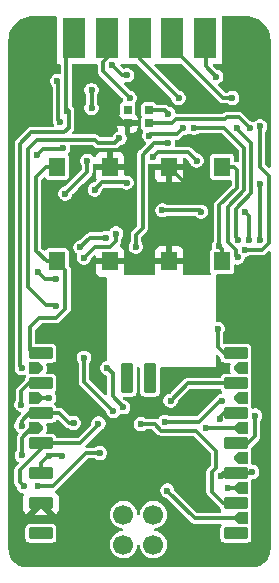
<source format=gbr>
G04 #@! TF.GenerationSoftware,KiCad,Pcbnew,9.0.2*
G04 #@! TF.CreationDate,2025-08-14T17:01:52+02:00*
G04 #@! TF.ProjectId,blue2joy,626c7565-326a-46f7-992e-6b696361645f,rev?*
G04 #@! TF.SameCoordinates,Original*
G04 #@! TF.FileFunction,Copper,L1,Top*
G04 #@! TF.FilePolarity,Positive*
%FSLAX46Y46*%
G04 Gerber Fmt 4.6, Leading zero omitted, Abs format (unit mm)*
G04 Created by KiCad (PCBNEW 9.0.2) date 2025-08-14 17:01:52*
%MOMM*%
%LPD*%
G01*
G04 APERTURE LIST*
G04 Aperture macros list*
%AMRoundRect*
0 Rectangle with rounded corners*
0 $1 Rounding radius*
0 $2 $3 $4 $5 $6 $7 $8 $9 X,Y pos of 4 corners*
0 Add a 4 corners polygon primitive as box body*
4,1,4,$2,$3,$4,$5,$6,$7,$8,$9,$2,$3,0*
0 Add four circle primitives for the rounded corners*
1,1,$1+$1,$2,$3*
1,1,$1+$1,$4,$5*
1,1,$1+$1,$6,$7*
1,1,$1+$1,$8,$9*
0 Add four rect primitives between the rounded corners*
20,1,$1+$1,$2,$3,$4,$5,0*
20,1,$1+$1,$4,$5,$6,$7,0*
20,1,$1+$1,$6,$7,$8,$9,0*
20,1,$1+$1,$8,$9,$2,$3,0*%
%AMFreePoly0*
4,1,15,-0.616000,0.142500,-0.283500,0.475000,0.521000,0.475000,0.557355,0.467769,0.588175,0.447175,0.608769,0.416355,0.616000,0.380000,0.616000,-0.380000,0.608769,-0.416355,0.588175,-0.447175,0.557355,-0.467769,0.521000,-0.475000,-0.283500,-0.475000,-0.616000,-0.142500,-0.616000,0.142500,-0.616000,0.142500,$1*%
G04 Aperture macros list end*
G04 #@! TA.AperFunction,SMDPad,CuDef*
%ADD10R,1.846667X3.480000*%
G04 #@! TD*
G04 #@! TA.AperFunction,SMDPad,CuDef*
%ADD11R,1.400000X1.600000*%
G04 #@! TD*
G04 #@! TA.AperFunction,SMDPad,CuDef*
%ADD12R,0.700000X0.700000*%
G04 #@! TD*
G04 #@! TA.AperFunction,SMDPad,CuDef*
%ADD13RoundRect,0.095000X-0.921000X-0.380000X0.921000X-0.380000X0.921000X0.380000X-0.921000X0.380000X0*%
G04 #@! TD*
G04 #@! TA.AperFunction,SMDPad,CuDef*
%ADD14RoundRect,0.095000X0.921000X0.380000X-0.921000X0.380000X-0.921000X-0.380000X0.921000X-0.380000X0*%
G04 #@! TD*
G04 #@! TA.AperFunction,SMDPad,CuDef*
%ADD15FreePoly0,0.000000*%
G04 #@! TD*
G04 #@! TA.AperFunction,SMDPad,CuDef*
%ADD16FreePoly0,180.000000*%
G04 #@! TD*
G04 #@! TA.AperFunction,SMDPad,CuDef*
%ADD17C,1.700000*%
G04 #@! TD*
G04 #@! TA.AperFunction,SMDPad,CuDef*
%ADD18RoundRect,0.110000X0.440000X-1.140000X0.440000X1.140000X-0.440000X1.140000X-0.440000X-1.140000X0*%
G04 #@! TD*
G04 #@! TA.AperFunction,ViaPad*
%ADD19C,0.600000*%
G04 #@! TD*
G04 #@! TA.AperFunction,Conductor*
%ADD20C,0.300000*%
G04 #@! TD*
G04 APERTURE END LIST*
D10*
X-5540000Y254000D03*
X-2770000Y254000D03*
X0Y254000D03*
X2770000Y254000D03*
X5540000Y254000D03*
D11*
X-7000000Y-18696000D03*
X-7000000Y-10696000D03*
X-2500000Y-18696000D03*
X-2500000Y-10696000D03*
D12*
X-1016000Y-5885000D03*
X-1016000Y-6985000D03*
X814000Y-6985000D03*
X814000Y-5885000D03*
D11*
X2500000Y-18696000D03*
X2500000Y-10696000D03*
X7000000Y-18696000D03*
X7000000Y-10696000D03*
D13*
X8161500Y-41727823D03*
X8161500Y-39187823D03*
X8161500Y-36647823D03*
X8161500Y-34107823D03*
X8161500Y-31567823D03*
X8161500Y-29027823D03*
X8161500Y-26487823D03*
D14*
X-8348500Y-26487823D03*
X-8348500Y-29027823D03*
X-8348500Y-31567823D03*
X-8348500Y-34107823D03*
X-8348500Y-36647823D03*
X-8348500Y-39187823D03*
X-8348500Y-41727823D03*
D15*
X8561500Y-40457823D03*
X8561500Y-37917823D03*
X8561500Y-35377823D03*
X8561500Y-32837823D03*
X8561500Y-30297823D03*
X8561500Y-27757823D03*
D16*
X-8748500Y-27757823D03*
X-8748500Y-30297823D03*
X-8748500Y-32837823D03*
D17*
X1176500Y-42680323D03*
X-1363500Y-42680323D03*
X1176500Y-40140323D03*
X-1363500Y-40140323D03*
D18*
X900488Y-28590000D03*
X-1099512Y-28590000D03*
D19*
X2443500Y-6197600D03*
X-1066800Y-2946400D03*
X-8706581Y-9649720D03*
X-6477000Y-9132000D03*
X-2328674Y-2085538D03*
X-558800Y-2195400D03*
X4902200Y-37592000D03*
X2292858Y-28142480D03*
X-1270000Y-38227000D03*
X-4378397Y-32396054D03*
X-2556204Y-4657396D03*
X10490200Y-34391600D03*
X10261600Y-39776400D03*
X-5181600Y-41402000D03*
X9398000Y-43535600D03*
X-7264400Y-2235200D03*
X3048000Y-2286000D03*
X-5130800Y-2235200D03*
X5160004Y-30503258D03*
X-10718800Y-31673800D03*
X-2638493Y-43370902D03*
X4470400Y-12242800D03*
X7498998Y-12109616D03*
X-8636000Y-43408600D03*
X4017000Y-43514000D03*
X-1098006Y-14761998D03*
X330200Y-37058600D03*
X-7696411Y-35182823D03*
X-6604000Y-35179000D03*
X6493350Y-3067925D03*
X3302000Y-4856000D03*
X-311846Y-17459401D03*
X2443500Y-8695000D03*
X-7105971Y-22479110D03*
X-1698000Y-8277333D03*
X-821000Y-4856000D03*
X7854448Y-4856000D03*
X8362439Y-16844000D03*
X8229600Y-7366000D03*
X1930400Y-14376400D03*
X5213751Y-14490952D03*
X-6146800Y-5994400D03*
X-9964500Y-27733605D03*
X-2721170Y-27732569D03*
X-1365825Y-31044134D03*
X2160025Y-32266341D03*
X1103692Y-9866692D03*
X8951385Y-14499600D03*
X4826000Y-10160000D03*
X6989000Y-30508959D03*
X9262121Y-16868006D03*
X-1098000Y-12029996D03*
X-3799000Y-12610125D03*
X3722812Y-7396513D03*
X818751Y-8055019D03*
X6865541Y-36871165D03*
X9550400Y-36525200D03*
X2350671Y-38098667D03*
X7467600Y-37871400D03*
X-8561497Y-37722823D03*
X-3356223Y-34912077D03*
X-9964499Y-35127366D03*
X6628233Y-24394006D03*
X6731000Y-17399000D03*
X5588000Y-32766000D03*
X2629000Y-30484112D03*
X124857Y-32469826D03*
X-10000035Y-30830421D03*
X6805500Y-32006500D03*
X-9779000Y-37719000D03*
X-3478770Y-32422073D03*
X-5588000Y-32385000D03*
X-9988472Y-32611339D03*
X-7645400Y-30251400D03*
X-7067000Y-20167600D03*
X-8609158Y-19588436D03*
X10199000Y-12137000D03*
X9777500Y-31750000D03*
X10199000Y-16844000D03*
X9316020Y-7423376D03*
X-2809961Y-16695236D03*
X-4064000Y-4195000D03*
X-4064000Y-5715000D03*
X-5017327Y-17506335D03*
X-4711000Y-18386104D03*
X-1984000Y-16337754D03*
X4622800Y-7391400D03*
X8300002Y-18361419D03*
X10199000Y-7249160D03*
X8927533Y-17716277D03*
X-2214000Y-31368998D03*
X-6947600Y-3429000D03*
X-4699476Y-26841186D03*
X-4421280Y-10172773D03*
X-6284258Y-12954000D03*
X-6720851Y-6917000D03*
D20*
X-6489000Y-9144000D02*
X-8200861Y-9144000D01*
X2130900Y-5885000D02*
X2443500Y-6197600D01*
X-1066800Y-2946400D02*
X-1467812Y-2946400D01*
X-1467812Y-2946400D02*
X-2328674Y-2085538D01*
X814000Y-5885000D02*
X2130900Y-5885000D01*
X-8200861Y-9144000D02*
X-8706581Y-9649720D01*
X-6477000Y-9132000D02*
X-6489000Y-9144000D01*
X4470400Y-12242800D02*
X4541709Y-12171491D01*
X4902200Y-37592000D02*
X4343400Y-37033200D01*
X4343400Y-37033200D02*
X355600Y-37033200D01*
X-1327886Y-6985000D02*
X-2556204Y-5756682D01*
X-1016000Y-6985000D02*
X-1327886Y-6985000D01*
X228600Y-37109400D02*
X228600Y-36957000D01*
X-5740400Y-40843200D02*
X-5181600Y-41402000D01*
X-5740400Y-40589200D02*
X-5740400Y-40843200D01*
X-2556204Y-5756682D02*
X-2556204Y-4657396D01*
X-3378200Y-38227000D02*
X-1270000Y-38227000D01*
X4046800Y-12242800D02*
X4470400Y-12242800D01*
X355600Y-37033200D02*
X330200Y-37058600D01*
X228600Y-36957000D02*
X330200Y-37058600D01*
X-1270000Y-38227000D02*
X-889000Y-38227000D01*
X-8284777Y-39187823D02*
X-6883400Y-40589200D01*
X7437125Y-12171491D02*
X7498998Y-12109616D01*
X-5740400Y-40589200D02*
X-3378200Y-38227000D01*
X-2500000Y-18696000D02*
X254000Y-18696000D01*
X2500000Y-10696000D02*
X4046800Y-12242800D01*
X-6883400Y-40589200D02*
X-5740400Y-40589200D01*
X4541709Y-12171491D02*
X7437125Y-12171491D01*
X-889000Y-38227000D02*
X228600Y-37109400D01*
X-2500000Y-18696000D02*
X2500000Y-18696000D01*
X4470400Y-12242800D02*
X4521200Y-12293600D01*
X-7696411Y-35182823D02*
X-7641788Y-35128200D01*
X-8348500Y-36647823D02*
X-8348500Y-35780500D01*
X-7641788Y-35128200D02*
X-6654800Y-35128200D01*
X-6654800Y-35128200D02*
X-6604000Y-35179000D01*
X-8348500Y-35780500D02*
X-7750823Y-35182823D01*
X-7750823Y-35182823D02*
X-7696411Y-35182823D01*
X5588000Y-2162575D02*
X6493350Y-3067925D01*
X5588000Y206000D02*
X5588000Y-2162575D01*
X0Y254000D02*
X0Y-1554000D01*
X2443500Y-8695000D02*
X1214722Y-8695000D01*
X0Y-1554000D02*
X3302000Y-4856000D01*
X254000Y-15869213D02*
X-311846Y-16435059D01*
X-311846Y-16435059D02*
X-311846Y-17459401D01*
X254000Y-9655722D02*
X254000Y-15869213D01*
X1214722Y-8695000D02*
X254000Y-9655722D01*
X-8680661Y-8382000D02*
X-3768834Y-8382000D01*
X-7105971Y-22479110D02*
X-7182281Y-22402800D01*
X-2770000Y254000D02*
X-2770000Y-1466202D01*
X-7924800Y-22402800D02*
X-9456581Y-20871019D01*
X-7182281Y-22402800D02*
X-7924800Y-22402800D01*
X-9456581Y-20871019D02*
X-9456581Y-9157920D01*
X-3078647Y-1774849D02*
X-3078647Y-2598353D01*
X-3768834Y-8382000D02*
X-3514834Y-8636000D01*
X-3514834Y-8636000D02*
X-2056667Y-8636000D01*
X-2770000Y-1466202D02*
X-3078647Y-1774849D01*
X-3078647Y-2598353D02*
X-821000Y-4856000D01*
X-2056667Y-8636000D02*
X-1698000Y-8277333D01*
X-9456581Y-9157920D02*
X-8680661Y-8382000D01*
X8362439Y-16844000D02*
X8134982Y-16616543D01*
X7063333Y-4856000D02*
X7854448Y-4856000D01*
X2770000Y-562667D02*
X7063333Y-4856000D01*
X9449000Y-8687000D02*
X8229600Y-7467600D01*
X9449000Y-12941324D02*
X9449000Y-8687000D01*
X8134982Y-14255342D02*
X9449000Y-12941324D01*
X8229600Y-7467600D02*
X8229600Y-7366000D01*
X8134982Y-16616543D02*
X8134982Y-14255342D01*
X5099199Y-14376400D02*
X5213751Y-14490952D01*
X1930400Y-14376400D02*
X5099199Y-14376400D01*
X-6011377Y-5994400D02*
X-6146800Y-5994400D01*
X-10113000Y-27585105D02*
X-10113000Y-8716000D01*
X-10113000Y-8716000D02*
X-9179000Y-7782000D01*
X-5969000Y-7366000D02*
X-5969000Y-6036777D01*
X-5969000Y-6036777D02*
X-6011377Y-5994400D01*
X-6197600Y-403600D02*
X-6197600Y-5857423D01*
X-5969000Y-175000D02*
X-6197600Y-403600D01*
X-6060623Y-5994400D02*
X-6146800Y-5994400D01*
X-6197600Y-5857423D02*
X-6060623Y-5994400D01*
X-9179000Y-7782000D02*
X-6385000Y-7782000D01*
X-9964500Y-27733605D02*
X-10113000Y-27585105D01*
X-6385000Y-7782000D02*
X-5969000Y-7366000D01*
X-1365825Y-31019175D02*
X-2286000Y-30099000D01*
X-2286000Y-28167739D02*
X-2721170Y-27732569D01*
X-2286000Y-30099000D02*
X-2286000Y-28167739D01*
X-1365825Y-31044134D02*
X-1365825Y-31019175D01*
X2168366Y-32258000D02*
X2160025Y-32266341D01*
X1525384Y-9445000D02*
X1103692Y-9866692D01*
X9262121Y-16868006D02*
X9262121Y-14810336D01*
X4826000Y-10160000D02*
X4111000Y-9445000D01*
X6989000Y-30508959D02*
X6784380Y-30508959D01*
X6784380Y-30508959D02*
X5035339Y-32258000D01*
X5035339Y-32258000D02*
X2168366Y-32258000D01*
X9262121Y-14810336D02*
X8951385Y-14499600D01*
X4111000Y-9445000D02*
X1525384Y-9445000D01*
X-1113796Y-12014200D02*
X-1098000Y-12029996D01*
X-3799000Y-12610125D02*
X-3203075Y-12014200D01*
X-3203075Y-12014200D02*
X-1113796Y-12014200D01*
X3174325Y-7945000D02*
X3722812Y-7396513D01*
X928770Y-7945000D02*
X3174325Y-7945000D01*
X818751Y-8055019D02*
X928770Y-7945000D01*
X8161500Y-36647823D02*
X7088883Y-36647823D01*
X9427777Y-36647823D02*
X9550400Y-36525200D01*
X8161500Y-36647823D02*
X9427777Y-36647823D01*
X7088883Y-36647823D02*
X6865541Y-36871165D01*
X4709827Y-40457823D02*
X2350671Y-38098667D01*
X8561500Y-40457823D02*
X4709827Y-40457823D01*
X8561500Y-37917823D02*
X7514023Y-37917823D01*
X7514023Y-37917823D02*
X7467600Y-37871400D01*
X-3362151Y-34918005D02*
X-3356223Y-34912077D01*
X-8561497Y-37722823D02*
X-8557674Y-37719000D01*
X-7343883Y-37719000D02*
X-4542888Y-34918005D01*
X-4542888Y-34918005D02*
X-3362151Y-34918005D01*
X-9154294Y-32837823D02*
X-9964500Y-33648029D01*
X-8557674Y-37719000D02*
X-7343883Y-37719000D01*
X-9964500Y-33648029D02*
X-9964499Y-35127366D01*
X-9271000Y-26162000D02*
X-9271000Y-24257000D01*
X-6273800Y-22707600D02*
X-6273800Y-19422200D01*
X-9271000Y-24257000D02*
X-8509000Y-23495000D01*
X-8763000Y-17780000D02*
X-7847000Y-18696000D01*
X-7902000Y-10696000D02*
X-8763000Y-11557000D01*
X-7061200Y-23495000D02*
X-6273800Y-22707600D01*
X-8945177Y-26487823D02*
X-9271000Y-26162000D01*
X-7000000Y-10696000D02*
X-7902000Y-10696000D01*
X-8509000Y-23495000D02*
X-7061200Y-23495000D01*
X-6273800Y-19422200D02*
X-7000000Y-18696000D01*
X-7847000Y-18696000D02*
X-7000000Y-18696000D01*
X-8763000Y-11557000D02*
X-8763000Y-17780000D01*
X8161500Y-26487823D02*
X7133023Y-26487823D01*
X8249000Y-10945000D02*
X8249000Y-12444268D01*
X6731000Y-13962268D02*
X6731000Y-17399000D01*
X7000000Y-18696000D02*
X7000000Y-17668000D01*
X8000000Y-10696000D02*
X8249000Y-10945000D01*
X7133023Y-26487823D02*
X6628233Y-25983033D01*
X8249000Y-12444268D02*
X6731000Y-13962268D01*
X6628233Y-25983033D02*
X6628233Y-24394006D01*
X7000000Y-10696000D02*
X8000000Y-10696000D01*
X6731000Y-17399000D02*
X7000000Y-17668000D01*
X7000000Y-17668000D02*
X6852827Y-17520827D01*
X5659823Y-32837823D02*
X5588000Y-32766000D01*
X8561500Y-32837823D02*
X5659823Y-32837823D01*
X8157123Y-29032200D02*
X4080912Y-29032200D01*
X4080912Y-29032200D02*
X2629000Y-30484112D01*
X6477000Y-34715661D02*
X6477000Y-36199045D01*
X1849364Y-33016341D02*
X4777680Y-33016341D01*
X7107623Y-39187823D02*
X8161500Y-39187823D01*
X124857Y-32469826D02*
X799611Y-32469826D01*
X806785Y-32477000D02*
X1310023Y-32477000D01*
X4777680Y-33016341D02*
X6477000Y-34715661D01*
X6477000Y-36199045D02*
X6115541Y-36560504D01*
X6115541Y-36560504D02*
X6115541Y-38195741D01*
X6115541Y-38195741D02*
X7107623Y-39187823D01*
X1310023Y-32477000D02*
X1849364Y-33016341D01*
X799611Y-32469826D02*
X806785Y-32477000D01*
X-9364500Y-29027823D02*
X-10000035Y-29663358D01*
X-10000035Y-29663358D02*
X-10000035Y-30830421D01*
X-8348500Y-29027823D02*
X-9364500Y-29027823D01*
X8161500Y-31567823D02*
X7145500Y-31567823D01*
X6805500Y-31907823D02*
X6805500Y-32006500D01*
X7145500Y-31567823D02*
X6805500Y-31907823D01*
X-3478770Y-32557088D02*
X-3478770Y-32422073D01*
X-5029505Y-34107823D02*
X-3478770Y-32557088D01*
X-8348500Y-34107823D02*
X-5029505Y-34107823D01*
X-8348500Y-34572029D02*
X-10160000Y-36383529D01*
X-8348500Y-34107823D02*
X-8348500Y-34572029D01*
X-10160000Y-37338000D02*
X-9779000Y-37719000D01*
X-10160000Y-36383529D02*
X-10160000Y-37338000D01*
X-8348500Y-31567823D02*
X-6786177Y-31567823D01*
X-9364500Y-31567823D02*
X-9988472Y-32191795D01*
X-5969000Y-32385000D02*
X-5588000Y-32385000D01*
X-8348500Y-31567823D02*
X-9364500Y-31567823D01*
X-6786177Y-31567823D02*
X-5969000Y-32385000D01*
X-9988472Y-32191795D02*
X-9988472Y-32611339D01*
X-8748500Y-30297823D02*
X-7691823Y-30297823D01*
X-7691823Y-30297823D02*
X-7645400Y-30251400D01*
X-7067000Y-20167600D02*
X-8029994Y-20167600D01*
X-8029994Y-20167600D02*
X-8609158Y-19588436D01*
X10199886Y-16843114D02*
X10199886Y-12137886D01*
X9777500Y-33507823D02*
X9777500Y-31750000D01*
X10199000Y-16844000D02*
X10199886Y-16843114D01*
X8161500Y-34107823D02*
X9177500Y-34107823D01*
X10199886Y-12137886D02*
X10199000Y-12137000D01*
X9177500Y-34107823D02*
X9777500Y-33507823D01*
X7407905Y-6502400D02*
X8441695Y-6502400D01*
X8441695Y-6502400D02*
X9316020Y-7376725D01*
X7268905Y-6641400D02*
X7407905Y-6502400D01*
X814000Y-6985000D02*
X2716761Y-6985000D01*
X3060361Y-6641400D02*
X7268905Y-6641400D01*
X9316020Y-7376725D02*
X9316020Y-7423376D01*
X2716761Y-6985000D02*
X3060361Y-6641400D01*
X-4206228Y-16695236D02*
X-2809961Y-16695236D01*
X-4064000Y-5715000D02*
X-4064000Y-4195000D01*
X-5017327Y-17506335D02*
X-4206228Y-16695236D01*
X-3769896Y-17445000D02*
X-2497832Y-17445000D01*
X-2497832Y-17445000D02*
X-1984000Y-16931168D01*
X-1984000Y-16931168D02*
X-1984000Y-16337754D01*
X-4711000Y-18386104D02*
X-3769896Y-17445000D01*
X8849000Y-12692796D02*
X8849000Y-9084703D01*
X7482000Y-17024222D02*
X7482000Y-14059796D01*
X4648200Y-7366000D02*
X4622800Y-7391400D01*
X8300002Y-18361419D02*
X8151000Y-18212417D01*
X8151000Y-17693222D02*
X7482000Y-17024222D01*
X7130297Y-7366000D02*
X4648200Y-7366000D01*
X8849000Y-9084703D02*
X7130297Y-7366000D01*
X8151000Y-18212417D02*
X8151000Y-17693222D01*
X7482000Y-14059796D02*
X8849000Y-12692796D01*
X10388270Y-17716277D02*
X10949000Y-17155547D01*
X10199000Y-10707000D02*
X10199000Y-7249160D01*
X10949000Y-17155547D02*
X10949000Y-11457000D01*
X10949000Y-11457000D02*
X10199000Y-10707000D01*
X8927533Y-17716277D02*
X10388270Y-17716277D01*
X-6896800Y-6741051D02*
X-6896800Y-3479800D01*
X-6896800Y-3479800D02*
X-6947600Y-3429000D01*
X-4421280Y-11091022D02*
X-4421280Y-10172773D01*
X-4699476Y-26841186D02*
X-4699476Y-28883524D01*
X-4699476Y-28883524D02*
X-2214000Y-31368998D01*
X-6720851Y-6917000D02*
X-6896800Y-6741051D01*
X-6284258Y-12954000D02*
X-4421280Y-11091022D01*
G04 #@! TA.AperFunction,Conductor*
G36*
X-7056961Y2079815D02*
G01*
X-7011206Y2027011D01*
X-7000000Y1975500D01*
X-7000000Y-1968000D01*
X-6772100Y-1968000D01*
X-6705061Y-1987685D01*
X-6659306Y-2040489D01*
X-6648100Y-2092000D01*
X-6648100Y-2725967D01*
X-6667785Y-2793006D01*
X-6720589Y-2838761D01*
X-6789747Y-2848705D01*
X-6804192Y-2845742D01*
X-6868541Y-2828500D01*
X-6868543Y-2828500D01*
X-7026657Y-2828500D01*
X-7179384Y-2869423D01*
X-7179386Y-2869424D01*
X-7179390Y-2869426D01*
X-7316309Y-2948475D01*
X-7316317Y-2948481D01*
X-7428118Y-3060282D01*
X-7428124Y-3060290D01*
X-7507173Y-3197209D01*
X-7507177Y-3197216D01*
X-7548100Y-3349943D01*
X-7548100Y-3508057D01*
X-7507177Y-3660784D01*
X-7428120Y-3797716D01*
X-7399554Y-3826282D01*
X-7383619Y-3842217D01*
X-7350134Y-3903540D01*
X-7347300Y-3929898D01*
X-7347300Y-6800360D01*
X-7340855Y-6824412D01*
X-7331938Y-6857690D01*
X-7325577Y-6881431D01*
X-7321351Y-6913526D01*
X-7321351Y-6996057D01*
X-7280428Y-7148784D01*
X-7280423Y-7148792D01*
X-7277317Y-7156294D01*
X-7279487Y-7157192D01*
X-7265851Y-7213399D01*
X-7288703Y-7279426D01*
X-7343624Y-7322617D01*
X-7389711Y-7331500D01*
X-9238309Y-7331500D01*
X-9324241Y-7354525D01*
X-9352887Y-7362201D01*
X-9352892Y-7362204D01*
X-9396304Y-7387267D01*
X-9396304Y-7387268D01*
X-9455610Y-7421508D01*
X-9455612Y-7421510D01*
X-9455614Y-7421511D01*
X-10473489Y-8439386D01*
X-10532799Y-8542113D01*
X-10535339Y-8551594D01*
X-10539286Y-8566324D01*
X-10539286Y-8566325D01*
X-10539286Y-8566326D01*
X-10560648Y-8646050D01*
X-10563500Y-8656692D01*
X-10563500Y-27635027D01*
X-10564561Y-27651213D01*
X-10565000Y-27654547D01*
X-10565000Y-27654548D01*
X-10565000Y-27812662D01*
X-10524077Y-27965389D01*
X-10445020Y-28102321D01*
X-10333216Y-28214125D01*
X-10196284Y-28293182D01*
X-10043557Y-28334105D01*
X-10043555Y-28334105D01*
X-9885445Y-28334105D01*
X-9885443Y-28334105D01*
X-9770070Y-28303191D01*
X-9700221Y-28304854D01*
X-9642359Y-28344017D01*
X-9614855Y-28408245D01*
X-9617273Y-28451361D01*
X-9620699Y-28465925D01*
X-9650332Y-28524083D01*
X-9665000Y-28616695D01*
X-9665000Y-28654246D01*
X-9668295Y-28668253D01*
X-9678732Y-28686625D01*
X-9684685Y-28706897D01*
X-9701319Y-28727539D01*
X-10360524Y-29386744D01*
X-10419834Y-29489471D01*
X-10419834Y-29489472D01*
X-10450535Y-29604049D01*
X-10450535Y-29604051D01*
X-10450535Y-30380490D01*
X-10470220Y-30447529D01*
X-10476160Y-30455978D01*
X-10480552Y-30461702D01*
X-10480555Y-30461705D01*
X-10480556Y-30461708D01*
X-10480559Y-30461711D01*
X-10539389Y-30563609D01*
X-10559612Y-30598637D01*
X-10600535Y-30751364D01*
X-10600535Y-30909478D01*
X-10559612Y-31062205D01*
X-10480555Y-31199137D01*
X-10368751Y-31310941D01*
X-10231819Y-31389998D01*
X-10117461Y-31420639D01*
X-10057802Y-31457004D01*
X-10027273Y-31519851D01*
X-10035568Y-31589226D01*
X-10061873Y-31628093D01*
X-10348961Y-31915181D01*
X-10408271Y-32017908D01*
X-10408271Y-32017909D01*
X-10438972Y-32132486D01*
X-10438972Y-32132488D01*
X-10438972Y-32161408D01*
X-10458657Y-32228447D01*
X-10464597Y-32236896D01*
X-10468989Y-32242620D01*
X-10468992Y-32242623D01*
X-10468993Y-32242626D01*
X-10468996Y-32242629D01*
X-10526955Y-32343018D01*
X-10548049Y-32379555D01*
X-10588972Y-32532282D01*
X-10588972Y-32690396D01*
X-10548049Y-32843123D01*
X-10468992Y-32980055D01*
X-10357188Y-33091859D01*
X-10299491Y-33125170D01*
X-10251277Y-33175734D01*
X-10238053Y-33244341D01*
X-10264020Y-33309206D01*
X-10273811Y-33320237D01*
X-10324989Y-33371415D01*
X-10384299Y-33474142D01*
X-10384299Y-33474143D01*
X-10415000Y-33588720D01*
X-10414999Y-34214234D01*
X-10414999Y-34677435D01*
X-10434684Y-34744474D01*
X-10440624Y-34752923D01*
X-10445016Y-34758647D01*
X-10445019Y-34758650D01*
X-10445020Y-34758653D01*
X-10445023Y-34758656D01*
X-10511662Y-34874080D01*
X-10524076Y-34895582D01*
X-10564999Y-35048309D01*
X-10564999Y-35206423D01*
X-10524076Y-35359150D01*
X-10445019Y-35496082D01*
X-10333215Y-35607886D01*
X-10275518Y-35641197D01*
X-10227304Y-35691761D01*
X-10214080Y-35760368D01*
X-10240047Y-35825233D01*
X-10249838Y-35836264D01*
X-10520489Y-36106915D01*
X-10549108Y-36156484D01*
X-10579799Y-36209642D01*
X-10585521Y-36230997D01*
X-10585521Y-36230999D01*
X-10610500Y-36324220D01*
X-10610500Y-37397309D01*
X-10590576Y-37471665D01*
X-10579799Y-37511887D01*
X-10520489Y-37614614D01*
X-10415697Y-37719405D01*
X-10382215Y-37780724D01*
X-10380441Y-37790901D01*
X-10379500Y-37798044D01*
X-10379500Y-37798057D01*
X-10338577Y-37950784D01*
X-10259520Y-38087716D01*
X-10147716Y-38199520D01*
X-10010784Y-38278577D01*
X-9860404Y-38318871D01*
X-9800745Y-38355235D01*
X-9770216Y-38418082D01*
X-9778511Y-38487457D01*
X-9785993Y-38500242D01*
X-9785169Y-38500719D01*
X-9789229Y-38507752D01*
X-9849184Y-38652496D01*
X-9849184Y-38652497D01*
X-9864499Y-38768818D01*
X-9864499Y-39606821D01*
X-9849186Y-39723141D01*
X-9849184Y-39723149D01*
X-9789231Y-39867889D01*
X-9693857Y-39992183D01*
X-9587794Y-40073566D01*
X-8612956Y-39098728D01*
X-8551633Y-39065243D01*
X-8481941Y-39070227D01*
X-8437593Y-39098728D01*
X-8348499Y-39187822D01*
X-8259404Y-39098727D01*
X-8198081Y-39065242D01*
X-8128389Y-39070226D01*
X-8084042Y-39098727D01*
X-7109203Y-40073565D01*
X-7078194Y-40049771D01*
X-2514000Y-40049771D01*
X-2514000Y-40230874D01*
X-2500265Y-40317582D01*
X-2485671Y-40409732D01*
X-2429711Y-40581962D01*
X-2347496Y-40743317D01*
X-2241053Y-40889824D01*
X-2113001Y-41017876D01*
X-1966494Y-41124319D01*
X-1805139Y-41206534D01*
X-1632909Y-41262494D01*
X-1542925Y-41276745D01*
X-1472821Y-41287850D01*
X-1409686Y-41317779D01*
X-1372755Y-41377091D01*
X-1373753Y-41446953D01*
X-1412363Y-41505186D01*
X-1472821Y-41532796D01*
X-1632910Y-41558152D01*
X-1805136Y-41614110D01*
X-1805139Y-41614111D01*
X-1914800Y-41669987D01*
X-1966494Y-41696327D01*
X-1966496Y-41696328D01*
X-1966497Y-41696329D01*
X-2112994Y-41802764D01*
X-2112999Y-41802768D01*
X-2241054Y-41930823D01*
X-2241058Y-41930828D01*
X-2333896Y-42058610D01*
X-2347496Y-42077329D01*
X-2401240Y-42182807D01*
X-2429711Y-42238683D01*
X-2429711Y-42238684D01*
X-2485671Y-42410914D01*
X-2497519Y-42485720D01*
X-2514000Y-42589771D01*
X-2514000Y-42770874D01*
X-2500265Y-42857582D01*
X-2485671Y-42949732D01*
X-2429711Y-43121962D01*
X-2347496Y-43283317D01*
X-2241053Y-43429824D01*
X-2113001Y-43557876D01*
X-1966494Y-43664319D01*
X-1805139Y-43746534D01*
X-1632909Y-43802494D01*
X-1540759Y-43817088D01*
X-1454051Y-43830823D01*
X-1454046Y-43830823D01*
X-1272949Y-43830823D01*
X-1176929Y-43815614D01*
X-1094091Y-43802494D01*
X-1007976Y-43774514D01*
X-921863Y-43746535D01*
X-921860Y-43746534D01*
X-860879Y-43715462D01*
X-760506Y-43664319D01*
X-741787Y-43650719D01*
X-614005Y-43557881D01*
X-614000Y-43557877D01*
X-485945Y-43429822D01*
X-485941Y-43429817D01*
X-379506Y-43283320D01*
X-297288Y-43121962D01*
X-297287Y-43121959D01*
X-241329Y-42949733D01*
X-215973Y-42789644D01*
X-186044Y-42726509D01*
X-126732Y-42689578D01*
X-56870Y-42690576D01*
X1363Y-42729186D01*
X28973Y-42789644D01*
X54329Y-42949733D01*
X110287Y-43121959D01*
X110288Y-43121962D01*
X192506Y-43283320D01*
X298941Y-43429817D01*
X298945Y-43429822D01*
X427000Y-43557877D01*
X427005Y-43557881D01*
X554787Y-43650719D01*
X573506Y-43664319D01*
X673879Y-43715462D01*
X734860Y-43746534D01*
X734863Y-43746535D01*
X820976Y-43774514D01*
X907091Y-43802494D01*
X989929Y-43815614D01*
X1085949Y-43830823D01*
X1085954Y-43830823D01*
X1267051Y-43830823D01*
X1353759Y-43817088D01*
X1445909Y-43802494D01*
X1618139Y-43746534D01*
X1779494Y-43664319D01*
X1926001Y-43557876D01*
X2054053Y-43429824D01*
X2160496Y-43283317D01*
X2242711Y-43121962D01*
X2298671Y-42949732D01*
X2313265Y-42857582D01*
X2327000Y-42770874D01*
X2327000Y-42589771D01*
X2310519Y-42485720D01*
X2298671Y-42410914D01*
X2242711Y-42238684D01*
X2242711Y-42238683D01*
X2214240Y-42182807D01*
X2160496Y-42077329D01*
X2146896Y-42058610D01*
X2054058Y-41930828D01*
X2054054Y-41930823D01*
X1925999Y-41802768D01*
X1925994Y-41802764D01*
X1779497Y-41696329D01*
X1779496Y-41696328D01*
X1779494Y-41696327D01*
X1727800Y-41669987D01*
X1618139Y-41614111D01*
X1618136Y-41614110D01*
X1445910Y-41558152D01*
X1285821Y-41532796D01*
X1222686Y-41502867D01*
X1185755Y-41443555D01*
X1186753Y-41373693D01*
X1225363Y-41315460D01*
X1285821Y-41287850D01*
X1355925Y-41276745D01*
X1445909Y-41262494D01*
X1618139Y-41206534D01*
X1779494Y-41124319D01*
X1926001Y-41017876D01*
X2054053Y-40889824D01*
X2160496Y-40743317D01*
X2242711Y-40581962D01*
X2298671Y-40409732D01*
X2313265Y-40317582D01*
X2327000Y-40230874D01*
X2327000Y-40049771D01*
X2310295Y-39944303D01*
X2298671Y-39870914D01*
X2250660Y-39723148D01*
X2242712Y-39698686D01*
X2242711Y-39698683D01*
X2195904Y-39606821D01*
X2160496Y-39537329D01*
X2146896Y-39518610D01*
X2054058Y-39390828D01*
X2054054Y-39390823D01*
X1925999Y-39262768D01*
X1925994Y-39262764D01*
X1779497Y-39156329D01*
X1779496Y-39156328D01*
X1779494Y-39156327D01*
X1727800Y-39129987D01*
X1618139Y-39074111D01*
X1618136Y-39074110D01*
X1445910Y-39018152D01*
X1267051Y-38989823D01*
X1267046Y-38989823D01*
X1085954Y-38989823D01*
X1085949Y-38989823D01*
X907089Y-39018152D01*
X734863Y-39074110D01*
X734860Y-39074111D01*
X573502Y-39156329D01*
X427005Y-39262764D01*
X427000Y-39262768D01*
X298945Y-39390823D01*
X298941Y-39390828D01*
X192506Y-39537325D01*
X110288Y-39698683D01*
X110287Y-39698686D01*
X54329Y-39870912D01*
X28973Y-40031001D01*
X-956Y-40094136D01*
X-60268Y-40131067D01*
X-130131Y-40130069D01*
X-188363Y-40091459D01*
X-215973Y-40031001D01*
X-241329Y-39870912D01*
X-297287Y-39698686D01*
X-297288Y-39698683D01*
X-379506Y-39537325D01*
X-485941Y-39390828D01*
X-485945Y-39390823D01*
X-614000Y-39262768D01*
X-614005Y-39262764D01*
X-760502Y-39156329D01*
X-921860Y-39074111D01*
X-921863Y-39074110D01*
X-1094089Y-39018152D01*
X-1272949Y-38989823D01*
X-1272954Y-38989823D01*
X-1454046Y-38989823D01*
X-1454051Y-38989823D01*
X-1632910Y-39018152D01*
X-1805136Y-39074110D01*
X-1805139Y-39074111D01*
X-1914800Y-39129987D01*
X-1966494Y-39156327D01*
X-1966496Y-39156328D01*
X-1966497Y-39156329D01*
X-2112994Y-39262764D01*
X-2112999Y-39262768D01*
X-2241054Y-39390823D01*
X-2241058Y-39390828D01*
X-2333896Y-39518610D01*
X-2347496Y-39537329D01*
X-2382904Y-39606821D01*
X-2429711Y-39698683D01*
X-2429712Y-39698686D01*
X-2437660Y-39723148D01*
X-2485671Y-39870914D01*
X-2497295Y-39944303D01*
X-2514000Y-40049771D01*
X-7078194Y-40049771D01*
X-7003141Y-39992181D01*
X-6985675Y-39969419D01*
X-6985675Y-39969418D01*
X-6907767Y-39867887D01*
X-6847815Y-39723149D01*
X-6847815Y-39723148D01*
X-6832500Y-39606827D01*
X-6832500Y-38768824D01*
X-6847813Y-38652504D01*
X-6847815Y-38652496D01*
X-6907768Y-38507756D01*
X-7003141Y-38383463D01*
X-7109504Y-38301848D01*
X-7150706Y-38245420D01*
X-7154861Y-38175674D01*
X-7120648Y-38114754D01*
X-7096022Y-38096090D01*
X-7067269Y-38079489D01*
X-4392604Y-35404824D01*
X-4331281Y-35371339D01*
X-4304923Y-35368505D01*
X-3798429Y-35368505D01*
X-3731390Y-35388190D01*
X-3725956Y-35392010D01*
X-3724939Y-35392597D01*
X-3588007Y-35471654D01*
X-3435280Y-35512577D01*
X-3435278Y-35512577D01*
X-3277168Y-35512577D01*
X-3277166Y-35512577D01*
X-3124439Y-35471654D01*
X-3124432Y-35471650D01*
X-2987513Y-35392601D01*
X-2987509Y-35392598D01*
X-2987507Y-35392597D01*
X-2875703Y-35280793D01*
X-2875702Y-35280791D01*
X-2875698Y-35280786D01*
X-2796649Y-35143867D01*
X-2796646Y-35143860D01*
X-2764789Y-35024970D01*
X-2755723Y-34991134D01*
X-2755723Y-34833020D01*
X-2796646Y-34680293D01*
X-2796649Y-34680286D01*
X-2875698Y-34543367D01*
X-2875704Y-34543359D01*
X-2987505Y-34431558D01*
X-2987513Y-34431552D01*
X-3124432Y-34352503D01*
X-3124439Y-34352500D01*
X-3277166Y-34311577D01*
X-3435280Y-34311577D01*
X-3588007Y-34352500D01*
X-3588009Y-34352501D01*
X-3588013Y-34352503D01*
X-3724932Y-34431552D01*
X-3731384Y-34436503D01*
X-3732246Y-34435378D01*
X-3785891Y-34464671D01*
X-3812249Y-34467505D01*
X-4452722Y-34467505D01*
X-4519761Y-34447820D01*
X-4565516Y-34395016D01*
X-4575460Y-34325858D01*
X-4546435Y-34262302D01*
X-4540403Y-34255824D01*
X-3296767Y-33012188D01*
X-3253486Y-32987204D01*
X-3254498Y-32984762D01*
X-3246983Y-32981649D01*
X-3110060Y-32902597D01*
X-3110056Y-32902594D01*
X-3110054Y-32902593D01*
X-2998250Y-32790789D01*
X-2998249Y-32790787D01*
X-2998245Y-32790782D01*
X-2919196Y-32653863D01*
X-2919193Y-32653856D01*
X-2913396Y-32632224D01*
X-2878270Y-32501130D01*
X-2878270Y-32343016D01*
X-2919193Y-32190289D01*
X-2919196Y-32190282D01*
X-2998245Y-32053363D01*
X-2998251Y-32053355D01*
X-3110052Y-31941554D01*
X-3110060Y-31941548D01*
X-3246979Y-31862499D01*
X-3246986Y-31862496D01*
X-3399713Y-31821573D01*
X-3557827Y-31821573D01*
X-3710554Y-31862496D01*
X-3710556Y-31862497D01*
X-3710560Y-31862499D01*
X-3847479Y-31941548D01*
X-3847487Y-31941554D01*
X-3959288Y-32053355D01*
X-3959294Y-32053363D01*
X-4004975Y-32132486D01*
X-4038347Y-32190289D01*
X-4079270Y-32343016D01*
X-4079270Y-32343018D01*
X-4079270Y-32469123D01*
X-4098955Y-32536162D01*
X-4115589Y-32556804D01*
X-5179789Y-33621004D01*
X-5241112Y-33654489D01*
X-5267470Y-33657323D01*
X-6943554Y-33657323D01*
X-7010593Y-33637638D01*
X-7054037Y-33589619D01*
X-7103545Y-33492456D01*
X-7103546Y-33492455D01*
X-7103549Y-33492450D01*
X-7192127Y-33403872D01*
X-7192131Y-33403869D01*
X-7192133Y-33403868D01*
X-7303760Y-33346991D01*
X-7303765Y-33346989D01*
X-7396367Y-33332323D01*
X-7396372Y-33332323D01*
X-7768438Y-33332323D01*
X-7835477Y-33312638D01*
X-7881232Y-33259834D01*
X-7891176Y-33190676D01*
X-7878873Y-33155886D01*
X-7879803Y-33155502D01*
X-7833378Y-33043424D01*
X-7831999Y-33030208D01*
X-7831999Y-32645445D01*
X-7832000Y-32645419D01*
X-7833377Y-32632225D01*
X-7879802Y-32520146D01*
X-7877909Y-32519362D01*
X-7892367Y-32463099D01*
X-7870410Y-32396769D01*
X-7816078Y-32352839D01*
X-7768439Y-32343323D01*
X-7396367Y-32343323D01*
X-7303765Y-32328656D01*
X-7303764Y-32328655D01*
X-7303760Y-32328655D01*
X-7192133Y-32271778D01*
X-7192129Y-32271774D01*
X-7192127Y-32271773D01*
X-7103549Y-32183195D01*
X-7103544Y-32183188D01*
X-7081239Y-32139413D01*
X-7033264Y-32088618D01*
X-6965443Y-32071823D01*
X-6899308Y-32094361D01*
X-6883081Y-32108022D01*
X-6245614Y-32745490D01*
X-6142887Y-32804799D01*
X-6118673Y-32811286D01*
X-6028309Y-32835500D01*
X-6021988Y-32835500D01*
X-6008095Y-32838982D01*
X-5990059Y-32849577D01*
X-5962748Y-32860891D01*
X-5956719Y-32865516D01*
X-5956716Y-32865520D01*
X-5819784Y-32944577D01*
X-5667057Y-32985500D01*
X-5667055Y-32985500D01*
X-5508945Y-32985500D01*
X-5508943Y-32985500D01*
X-5356216Y-32944577D01*
X-5322912Y-32925349D01*
X-5219290Y-32865524D01*
X-5219286Y-32865521D01*
X-5219284Y-32865520D01*
X-5107480Y-32753716D01*
X-5107479Y-32753714D01*
X-5107475Y-32753709D01*
X-5028426Y-32616790D01*
X-5028423Y-32616783D01*
X-5012351Y-32556804D01*
X-4987500Y-32464057D01*
X-4987500Y-32305943D01*
X-5028423Y-32153216D01*
X-5028426Y-32153209D01*
X-5107475Y-32016290D01*
X-5107481Y-32016282D01*
X-5219282Y-31904481D01*
X-5219290Y-31904475D01*
X-5356209Y-31825426D01*
X-5356216Y-31825423D01*
X-5508943Y-31784500D01*
X-5667057Y-31784500D01*
X-5726546Y-31800440D01*
X-5807171Y-31822043D01*
X-5877021Y-31820380D01*
X-5926945Y-31789949D01*
X-6509560Y-31207336D01*
X-6509563Y-31207334D01*
X-6612290Y-31148023D01*
X-6612293Y-31148022D01*
X-6636501Y-31141535D01*
X-6636502Y-31141536D01*
X-6726868Y-31117323D01*
X-6943554Y-31117323D01*
X-7010593Y-31097638D01*
X-7054037Y-31049619D01*
X-7103545Y-30952456D01*
X-7103546Y-30952455D01*
X-7103549Y-30952450D01*
X-7192127Y-30863872D01*
X-7200025Y-30858135D01*
X-7197747Y-30855000D01*
X-7234836Y-30819340D01*
X-7251025Y-30751372D01*
X-7227897Y-30685441D01*
X-7214872Y-30670108D01*
X-7164881Y-30620117D01*
X-7164875Y-30620109D01*
X-7085826Y-30483190D01*
X-7085823Y-30483183D01*
X-7080069Y-30461711D01*
X-7044900Y-30330457D01*
X-7044900Y-30172343D01*
X-7085823Y-30019616D01*
X-7085826Y-30019609D01*
X-7164879Y-29882683D01*
X-7164881Y-29882680D01*
X-7166283Y-29881279D01*
X-7167087Y-29879806D01*
X-7169828Y-29876234D01*
X-7169270Y-29875806D01*
X-7199764Y-29819954D01*
X-7194775Y-29750262D01*
X-7166277Y-29705923D01*
X-7103549Y-29643195D01*
X-7103547Y-29643192D01*
X-7103545Y-29643190D01*
X-7046668Y-29531563D01*
X-7046667Y-29531561D01*
X-7046666Y-29531557D01*
X-7032000Y-29438956D01*
X-7032000Y-28616689D01*
X-7046666Y-28524088D01*
X-7046668Y-28524083D01*
X-7083722Y-28451361D01*
X-7103545Y-28412456D01*
X-7103547Y-28412454D01*
X-7103549Y-28412450D01*
X-7192127Y-28323872D01*
X-7192132Y-28323869D01*
X-7192133Y-28323868D01*
X-7303760Y-28266991D01*
X-7303765Y-28266989D01*
X-7396367Y-28252323D01*
X-7396372Y-28252323D01*
X-7768438Y-28252323D01*
X-7835477Y-28232638D01*
X-7881232Y-28179834D01*
X-7891176Y-28110676D01*
X-7878873Y-28075886D01*
X-7879803Y-28075502D01*
X-7833378Y-27963424D01*
X-7831999Y-27950208D01*
X-7831999Y-27565445D01*
X-7832000Y-27565419D01*
X-7833377Y-27552225D01*
X-7879802Y-27440146D01*
X-7877909Y-27439362D01*
X-7892367Y-27383099D01*
X-7870410Y-27316769D01*
X-7816078Y-27272839D01*
X-7768439Y-27263323D01*
X-7396367Y-27263323D01*
X-7303765Y-27248656D01*
X-7303764Y-27248655D01*
X-7303760Y-27248655D01*
X-7192133Y-27191778D01*
X-7192129Y-27191774D01*
X-7192127Y-27191773D01*
X-7103549Y-27103195D01*
X-7103547Y-27103192D01*
X-7103545Y-27103190D01*
X-7046668Y-26991563D01*
X-7046667Y-26991561D01*
X-7046666Y-26991557D01*
X-7032000Y-26898956D01*
X-7032000Y-26076689D01*
X-7046666Y-25984088D01*
X-7046668Y-25984083D01*
X-7103546Y-25872455D01*
X-7103549Y-25872450D01*
X-7192127Y-25783872D01*
X-7192132Y-25783869D01*
X-7192133Y-25783868D01*
X-7303760Y-25726991D01*
X-7303765Y-25726989D01*
X-7396367Y-25712323D01*
X-7396372Y-25712323D01*
X-8696500Y-25712323D01*
X-8763539Y-25692638D01*
X-8809294Y-25639834D01*
X-8820500Y-25588323D01*
X-8820500Y-24494965D01*
X-8800815Y-24427926D01*
X-8784181Y-24407284D01*
X-8358715Y-23981819D01*
X-8297392Y-23948334D01*
X-8271034Y-23945500D01*
X-7001893Y-23945500D01*
X-7001891Y-23945500D01*
X-6911526Y-23921286D01*
X-6887313Y-23914799D01*
X-6885040Y-23913487D01*
X-6869389Y-23904450D01*
X-6784586Y-23855489D01*
X-5913310Y-22984214D01*
X-5913309Y-22984212D01*
X-5913305Y-22984207D01*
X-5854001Y-22881489D01*
X-5853999Y-22881483D01*
X-5842778Y-22839602D01*
X-5842776Y-22839600D01*
X-5842778Y-22839600D01*
X-5823300Y-22766909D01*
X-5823300Y-19362891D01*
X-5823300Y-19362889D01*
X-5841601Y-19294585D01*
X-5841606Y-19294569D01*
X-5854001Y-19248314D01*
X-5854000Y-19248314D01*
X-5854001Y-19248313D01*
X-5913311Y-19145586D01*
X-5937636Y-19121261D01*
X-5963183Y-19095713D01*
X-5996667Y-19034389D01*
X-5999500Y-19008033D01*
X-5999500Y-17851143D01*
X-5999502Y-17851117D01*
X-6002413Y-17826012D01*
X-6002415Y-17826008D01*
X-6047793Y-17723235D01*
X-6127234Y-17643794D01*
X-6230007Y-17598415D01*
X-6255134Y-17595500D01*
X-7744856Y-17595500D01*
X-7744882Y-17595502D01*
X-7769987Y-17598413D01*
X-7769991Y-17598415D01*
X-7872764Y-17643793D01*
X-7952205Y-17723234D01*
X-7958699Y-17732714D01*
X-7961121Y-17731054D01*
X-7969956Y-17741516D01*
X-7988801Y-17766689D01*
X-7992327Y-17768004D01*
X-7994756Y-17770880D01*
X-8024807Y-17780118D01*
X-8054265Y-17791106D01*
X-8057943Y-17790305D01*
X-8061541Y-17791412D01*
X-8091820Y-17782936D01*
X-8122538Y-17776254D01*
X-8126626Y-17773193D01*
X-8128825Y-17772578D01*
X-8150792Y-17755103D01*
X-8276181Y-17629714D01*
X-8309666Y-17568391D01*
X-8312500Y-17542033D01*
X-8312500Y-17427278D01*
X-5617827Y-17427278D01*
X-5617827Y-17585392D01*
X-5576904Y-17738119D01*
X-5497847Y-17875051D01*
X-5386043Y-17986855D01*
X-5329583Y-18019451D01*
X-5281372Y-18070013D01*
X-5268147Y-18138620D01*
X-5271808Y-18158915D01*
X-5311500Y-18307047D01*
X-5311500Y-18465161D01*
X-5270577Y-18617888D01*
X-5191520Y-18754820D01*
X-5079716Y-18866624D01*
X-4942784Y-18945681D01*
X-4790057Y-18986604D01*
X-4790055Y-18986604D01*
X-4631945Y-18986604D01*
X-4631943Y-18986604D01*
X-4479216Y-18945681D01*
X-4479209Y-18945677D01*
X-4342290Y-18866628D01*
X-4342286Y-18866625D01*
X-4342284Y-18866624D01*
X-4230480Y-18754820D01*
X-4230479Y-18754818D01*
X-4230475Y-18754813D01*
X-4151426Y-18617894D01*
X-4151423Y-18617887D01*
X-4144808Y-18593202D01*
X-4110500Y-18465161D01*
X-4110500Y-18465160D01*
X-4110498Y-18465154D01*
X-4109556Y-18457997D01*
X-4100308Y-18437096D01*
X-4095450Y-18414760D01*
X-4083168Y-18398354D01*
X-4081287Y-18394101D01*
X-4074299Y-18386506D01*
X-3911681Y-18223888D01*
X-3850358Y-18190403D01*
X-3780666Y-18195387D01*
X-3724733Y-18237259D01*
X-3700316Y-18302723D01*
X-3700000Y-18311569D01*
X-3700000Y-18446000D01*
X-1300000Y-18446000D01*
X-1300000Y-17848155D01*
X-1306401Y-17788627D01*
X-1306403Y-17788620D01*
X-1356645Y-17653913D01*
X-1356649Y-17653906D01*
X-1442809Y-17538812D01*
X-1442812Y-17538809D01*
X-1557906Y-17452649D01*
X-1557913Y-17452645D01*
X-1603253Y-17435735D01*
X-1659187Y-17393864D01*
X-1683604Y-17328399D01*
X-1668752Y-17260126D01*
X-1647601Y-17231872D01*
X-1623513Y-17207784D01*
X-1623511Y-17207782D01*
X-1564201Y-17105055D01*
X-1564199Y-17105052D01*
X-1551013Y-17055837D01*
X-1551013Y-17055835D01*
X-1544168Y-17030290D01*
X-1533500Y-16990477D01*
X-1533500Y-16787684D01*
X-1513815Y-16720645D01*
X-1507872Y-16712192D01*
X-1503482Y-16706472D01*
X-1503480Y-16706470D01*
X-1503477Y-16706466D01*
X-1503473Y-16706460D01*
X-1424426Y-16569544D01*
X-1424423Y-16569537D01*
X-1397556Y-16469270D01*
X-1383500Y-16416811D01*
X-1383500Y-16258697D01*
X-1424423Y-16105970D01*
X-1424426Y-16105963D01*
X-1503475Y-15969044D01*
X-1503481Y-15969036D01*
X-1615282Y-15857235D01*
X-1615290Y-15857229D01*
X-1752209Y-15778180D01*
X-1752216Y-15778177D01*
X-1904943Y-15737254D01*
X-2063057Y-15737254D01*
X-2215784Y-15778177D01*
X-2215786Y-15778178D01*
X-2215790Y-15778180D01*
X-2352709Y-15857229D01*
X-2352717Y-15857235D01*
X-2464518Y-15969036D01*
X-2464524Y-15969044D01*
X-2515483Y-16057308D01*
X-2566049Y-16105524D01*
X-2634656Y-16118748D01*
X-2654963Y-16115084D01*
X-2730904Y-16094736D01*
X-2889018Y-16094736D01*
X-3041745Y-16135659D01*
X-3041747Y-16135660D01*
X-3041751Y-16135662D01*
X-3178670Y-16214711D01*
X-3184404Y-16219111D01*
X-3249573Y-16244306D01*
X-3259892Y-16244736D01*
X-4265537Y-16244736D01*
X-4308026Y-16256121D01*
X-4350516Y-16267506D01*
X-4350516Y-16267505D01*
X-4350517Y-16267506D01*
X-4380112Y-16275435D01*
X-4380115Y-16275437D01*
X-4482842Y-16334747D01*
X-4482844Y-16334749D01*
X-5017729Y-16869634D01*
X-5079052Y-16903119D01*
X-5089220Y-16904891D01*
X-5096377Y-16905833D01*
X-5096384Y-16905835D01*
X-5249111Y-16946758D01*
X-5249113Y-16946759D01*
X-5249117Y-16946761D01*
X-5386036Y-17025810D01*
X-5386044Y-17025816D01*
X-5497845Y-17137617D01*
X-5497851Y-17137625D01*
X-5555108Y-17236799D01*
X-5576904Y-17274551D01*
X-5617827Y-17427278D01*
X-8312500Y-17427278D01*
X-8312500Y-12874943D01*
X-6884758Y-12874943D01*
X-6884758Y-13033057D01*
X-6843835Y-13185784D01*
X-6764778Y-13322716D01*
X-6652974Y-13434520D01*
X-6516042Y-13513577D01*
X-6363315Y-13554500D01*
X-6363313Y-13554500D01*
X-6205203Y-13554500D01*
X-6205201Y-13554500D01*
X-6052474Y-13513577D01*
X-6034313Y-13503092D01*
X-5915548Y-13434524D01*
X-5915544Y-13434521D01*
X-5915542Y-13434520D01*
X-5803738Y-13322716D01*
X-5803737Y-13322714D01*
X-5803733Y-13322709D01*
X-5724684Y-13185790D01*
X-5724681Y-13185783D01*
X-5683756Y-13033050D01*
X-5682814Y-13025893D01*
X-5654545Y-12961997D01*
X-5647557Y-12954402D01*
X-5224223Y-12531068D01*
X-4399500Y-12531068D01*
X-4399500Y-12689182D01*
X-4358577Y-12841909D01*
X-4279520Y-12978841D01*
X-4167716Y-13090645D01*
X-4030784Y-13169702D01*
X-3878057Y-13210625D01*
X-3878055Y-13210625D01*
X-3719945Y-13210625D01*
X-3719943Y-13210625D01*
X-3567216Y-13169702D01*
X-3567209Y-13169698D01*
X-3430290Y-13090649D01*
X-3430286Y-13090646D01*
X-3430284Y-13090645D01*
X-3318480Y-12978841D01*
X-3318479Y-12978839D01*
X-3318475Y-12978834D01*
X-3239426Y-12841915D01*
X-3239423Y-12841908D01*
X-3198498Y-12689175D01*
X-3197556Y-12682018D01*
X-3188308Y-12661117D01*
X-3183450Y-12638781D01*
X-3171168Y-12622375D01*
X-3169287Y-12618122D01*
X-3162299Y-12610527D01*
X-3052791Y-12501019D01*
X-2991468Y-12467534D01*
X-2965110Y-12464700D01*
X-1563894Y-12464700D01*
X-1496855Y-12484385D01*
X-1476213Y-12501019D01*
X-1466716Y-12510516D01*
X-1329784Y-12589573D01*
X-1177057Y-12630496D01*
X-1177055Y-12630496D01*
X-1018945Y-12630496D01*
X-1018943Y-12630496D01*
X-866216Y-12589573D01*
X-866209Y-12589569D01*
X-729290Y-12510520D01*
X-729286Y-12510517D01*
X-729284Y-12510516D01*
X-617480Y-12398712D01*
X-617479Y-12398710D01*
X-617475Y-12398705D01*
X-538426Y-12261786D01*
X-538423Y-12261779D01*
X-537320Y-12257665D01*
X-497500Y-12109053D01*
X-497500Y-11950939D01*
X-538423Y-11798212D01*
X-538426Y-11798205D01*
X-617475Y-11661286D01*
X-617481Y-11661278D01*
X-729282Y-11549477D01*
X-729290Y-11549471D01*
X-866209Y-11470422D01*
X-866216Y-11470419D01*
X-1018943Y-11429496D01*
X-1176000Y-11429496D01*
X-1243039Y-11409811D01*
X-1288794Y-11357007D01*
X-1300000Y-11305496D01*
X-1300000Y-10946000D01*
X-3700000Y-10946000D01*
X-3700000Y-11543827D01*
X-3699999Y-11543844D01*
X-3693598Y-11603372D01*
X-3693595Y-11603383D01*
X-3649663Y-11721170D01*
X-3648391Y-11738952D01*
X-3642160Y-11755658D01*
X-3645949Y-11773079D01*
X-3644678Y-11790861D01*
X-3653222Y-11806508D01*
X-3657012Y-11823931D01*
X-3678159Y-11852180D01*
X-3678160Y-11852182D01*
X-3678163Y-11852185D01*
X-3799402Y-11973424D01*
X-3860725Y-12006909D01*
X-3870893Y-12008681D01*
X-3878050Y-12009623D01*
X-3878057Y-12009625D01*
X-4030784Y-12050548D01*
X-4030786Y-12050549D01*
X-4030790Y-12050551D01*
X-4167709Y-12129600D01*
X-4167717Y-12129606D01*
X-4279518Y-12241407D01*
X-4279524Y-12241415D01*
X-4309874Y-12293984D01*
X-4358577Y-12378341D01*
X-4399500Y-12531068D01*
X-5224223Y-12531068D01*
X-5128415Y-12435260D01*
X-4822760Y-12129606D01*
X-4060790Y-11367636D01*
X-4060789Y-11367634D01*
X-4060785Y-11367629D01*
X-4001484Y-11264915D01*
X-4001479Y-11264904D01*
X-3994992Y-11240694D01*
X-3970780Y-11150330D01*
X-3970780Y-10622703D01*
X-3966277Y-10606502D01*
X-3966721Y-10591237D01*
X-3955892Y-10569133D01*
X-3952998Y-10558720D01*
X-3945433Y-10546162D01*
X-3940760Y-10541489D01*
X-3897893Y-10467241D01*
X-3897315Y-10466281D01*
X-3872405Y-10443397D01*
X-3847918Y-10420049D01*
X-3846741Y-10419822D01*
X-3845861Y-10419013D01*
X-3812561Y-10413234D01*
X-3779311Y-10406825D01*
X-3778198Y-10407270D01*
X-3777020Y-10407066D01*
X-3745857Y-10420217D01*
X-3714446Y-10432793D01*
X-3712981Y-10434092D01*
X-3712649Y-10434233D01*
X-3712378Y-10434627D01*
X-3703415Y-10442584D01*
X-3699999Y-10446000D01*
X-2750000Y-10446000D01*
X-2250000Y-10446000D01*
X-1300000Y-10446000D01*
X-1300000Y-9848155D01*
X-1306401Y-9788627D01*
X-1306403Y-9788620D01*
X-1356645Y-9653913D01*
X-1356649Y-9653906D01*
X-1442809Y-9538812D01*
X-1442812Y-9538809D01*
X-1557906Y-9452649D01*
X-1557913Y-9452645D01*
X-1692620Y-9402403D01*
X-1692627Y-9402401D01*
X-1752155Y-9396000D01*
X-2250000Y-9396000D01*
X-2250000Y-10446000D01*
X-2750000Y-10446000D01*
X-2750000Y-9396000D01*
X-3247844Y-9396000D01*
X-3307372Y-9402401D01*
X-3307379Y-9402403D01*
X-3442086Y-9452645D01*
X-3442093Y-9452649D01*
X-3557187Y-9538809D01*
X-3557190Y-9538812D01*
X-3643350Y-9653906D01*
X-3643354Y-9653913D01*
X-3693596Y-9788620D01*
X-3695380Y-9796168D01*
X-3697727Y-9795613D01*
X-3719887Y-9849143D01*
X-3777271Y-9889003D01*
X-3847096Y-9891512D01*
X-3907192Y-9855872D01*
X-3923841Y-9833360D01*
X-3940759Y-9804058D01*
X-3940761Y-9804055D01*
X-4052562Y-9692254D01*
X-4052570Y-9692248D01*
X-4189489Y-9613199D01*
X-4189496Y-9613196D01*
X-4342223Y-9572273D01*
X-4500337Y-9572273D01*
X-4653064Y-9613196D01*
X-4653066Y-9613197D01*
X-4653070Y-9613199D01*
X-4789989Y-9692248D01*
X-4789994Y-9692252D01*
X-4789996Y-9692253D01*
X-4901800Y-9804057D01*
X-4901801Y-9804059D01*
X-4901804Y-9804063D01*
X-4928981Y-9851136D01*
X-4980857Y-9940989D01*
X-5021780Y-10093716D01*
X-5021780Y-10251830D01*
X-4980857Y-10404557D01*
X-4944695Y-10467192D01*
X-4909175Y-10528716D01*
X-4901800Y-10541489D01*
X-4901792Y-10541496D01*
X-4897408Y-10547211D01*
X-4872211Y-10612379D01*
X-4871780Y-10622703D01*
X-4871780Y-10853056D01*
X-4891465Y-10920095D01*
X-4908099Y-10940737D01*
X-6284660Y-12317299D01*
X-6345983Y-12350784D01*
X-6356151Y-12352556D01*
X-6363308Y-12353498D01*
X-6363315Y-12353500D01*
X-6516042Y-12394423D01*
X-6516044Y-12394424D01*
X-6516048Y-12394426D01*
X-6652967Y-12473475D01*
X-6652975Y-12473481D01*
X-6764776Y-12585282D01*
X-6764782Y-12585290D01*
X-6824763Y-12689182D01*
X-6843835Y-12722216D01*
X-6884758Y-12874943D01*
X-8312500Y-12874943D01*
X-8312500Y-11794965D01*
X-8303855Y-11765524D01*
X-8297332Y-11735538D01*
X-8293577Y-11730522D01*
X-8292815Y-11727926D01*
X-8276181Y-11707284D01*
X-8167639Y-11598742D01*
X-8106316Y-11565257D01*
X-8036624Y-11570241D01*
X-7980691Y-11612113D01*
X-7966526Y-11636331D01*
X-7952206Y-11668765D01*
X-7872765Y-11748206D01*
X-7769991Y-11793585D01*
X-7744865Y-11796500D01*
X-6255136Y-11796499D01*
X-6255122Y-11796497D01*
X-6255117Y-11796497D01*
X-6230012Y-11793586D01*
X-6230010Y-11793585D01*
X-6230009Y-11793585D01*
X-6127235Y-11748206D01*
X-6047794Y-11668765D01*
X-6033476Y-11636338D01*
X-6002415Y-11565993D01*
X-6002415Y-11565991D01*
X-5999500Y-11540868D01*
X-5999500Y-9851143D01*
X-5999502Y-9851117D01*
X-6002413Y-9826012D01*
X-6002415Y-9826008D01*
X-6047793Y-9723235D01*
X-6054288Y-9713755D01*
X-6052643Y-9712628D01*
X-6079202Y-9663980D01*
X-6074212Y-9594289D01*
X-6045715Y-9549951D01*
X-5996481Y-9500717D01*
X-5996475Y-9500709D01*
X-5917426Y-9363790D01*
X-5917423Y-9363783D01*
X-5899343Y-9296310D01*
X-5876500Y-9211057D01*
X-5876500Y-9052943D01*
X-5893742Y-8988591D01*
X-5892080Y-8918744D01*
X-5852918Y-8860881D01*
X-5788689Y-8833377D01*
X-5773968Y-8832500D01*
X-4006799Y-8832500D01*
X-3939760Y-8852185D01*
X-3919118Y-8868819D01*
X-3791448Y-8996489D01*
X-3688721Y-9055799D01*
X-3664507Y-9062286D01*
X-3574143Y-9086500D01*
X-3574142Y-9086500D01*
X-1997360Y-9086500D01*
X-1997358Y-9086500D01*
X-1906993Y-9062286D01*
X-1882780Y-9055799D01*
X-1780053Y-8996489D01*
X-1697597Y-8914033D01*
X-1636274Y-8880548D01*
X-1626099Y-8878775D01*
X-1618945Y-8877833D01*
X-1618943Y-8877833D01*
X-1466216Y-8836910D01*
X-1466209Y-8836906D01*
X-1329290Y-8757857D01*
X-1329286Y-8757854D01*
X-1329284Y-8757853D01*
X-1217480Y-8646049D01*
X-1217479Y-8646047D01*
X-1217475Y-8646042D01*
X-1138426Y-8509123D01*
X-1138423Y-8509116D01*
X-1131088Y-8481744D01*
X-1097500Y-8356390D01*
X-1097500Y-8198276D01*
X-1138423Y-8045549D01*
X-1138424Y-8045547D01*
X-1138426Y-8045542D01*
X-1217475Y-7908623D01*
X-1217481Y-7908615D01*
X-1229681Y-7896416D01*
X-1263166Y-7835093D01*
X-1263176Y-7835000D01*
X-766000Y-7835000D01*
X-618172Y-7835000D01*
X-618155Y-7834999D01*
X-558627Y-7828598D01*
X-558620Y-7828596D01*
X-423913Y-7778354D01*
X-423906Y-7778350D01*
X-308812Y-7692190D01*
X-308809Y-7692187D01*
X-222649Y-7577093D01*
X-222645Y-7577086D01*
X-172403Y-7442379D01*
X-172401Y-7442372D01*
X-166000Y-7382844D01*
X-166000Y-7235000D01*
X-766000Y-7235000D01*
X-766000Y-7835000D01*
X-1263176Y-7835000D01*
X-1266000Y-7808735D01*
X-1266000Y-7235000D01*
X-1866000Y-7235000D01*
X-1866000Y-7382827D01*
X-1865999Y-7382844D01*
X-1859598Y-7442372D01*
X-1859597Y-7442376D01*
X-1820264Y-7547833D01*
X-1815280Y-7617525D01*
X-1848765Y-7678848D01*
X-1904350Y-7710941D01*
X-1920564Y-7715285D01*
X-1929785Y-7717756D01*
X-1929790Y-7717759D01*
X-2066709Y-7796808D01*
X-2066717Y-7796814D01*
X-2178518Y-7908615D01*
X-2178524Y-7908623D01*
X-2241660Y-8017979D01*
X-2257577Y-8045549D01*
X-2270451Y-8093596D01*
X-2306815Y-8153254D01*
X-2369662Y-8183783D01*
X-2390225Y-8185500D01*
X-3276869Y-8185500D01*
X-3343908Y-8165815D01*
X-3364550Y-8149181D01*
X-3492217Y-8021513D01*
X-3492220Y-8021511D01*
X-3594947Y-7962200D01*
X-3594950Y-7962199D01*
X-3619158Y-7955712D01*
X-3619159Y-7955713D01*
X-3709525Y-7931500D01*
X-5598034Y-7931500D01*
X-5665073Y-7911815D01*
X-5710828Y-7859011D01*
X-5720772Y-7789853D01*
X-5691747Y-7726297D01*
X-5685715Y-7719819D01*
X-5608511Y-7642615D01*
X-5608505Y-7642607D01*
X-5549201Y-7539889D01*
X-5549199Y-7539883D01*
X-5539957Y-7505388D01*
X-5539955Y-7505386D01*
X-5539957Y-7505386D01*
X-5518500Y-7425309D01*
X-5518500Y-5977468D01*
X-5518500Y-5977466D01*
X-5536802Y-5909158D01*
X-5536808Y-5909141D01*
X-5549201Y-5862891D01*
X-5549200Y-5862891D01*
X-5549201Y-5862890D01*
X-5562583Y-5839710D01*
X-5564376Y-5834881D01*
X-5574237Y-5811075D01*
X-5587222Y-5762617D01*
X-5587224Y-5762612D01*
X-5666277Y-5625687D01*
X-5666281Y-5625682D01*
X-5710781Y-5581183D01*
X-5744266Y-5519860D01*
X-5747100Y-5493502D01*
X-5747100Y-4115943D01*
X-4664500Y-4115943D01*
X-4664500Y-4274057D01*
X-4623577Y-4426784D01*
X-4544520Y-4563716D01*
X-4544512Y-4563723D01*
X-4540128Y-4569438D01*
X-4514931Y-4634606D01*
X-4514500Y-4644930D01*
X-4514500Y-5265069D01*
X-4534185Y-5332108D01*
X-4540125Y-5340557D01*
X-4544517Y-5346281D01*
X-4544520Y-5346284D01*
X-4544521Y-5346287D01*
X-4544524Y-5346290D01*
X-4584526Y-5415577D01*
X-4623577Y-5483216D01*
X-4664500Y-5635943D01*
X-4664500Y-5794057D01*
X-4623577Y-5946784D01*
X-4544520Y-6083716D01*
X-4432716Y-6195520D01*
X-4295784Y-6274577D01*
X-4143057Y-6315500D01*
X-4143055Y-6315500D01*
X-3984945Y-6315500D01*
X-3984943Y-6315500D01*
X-3832216Y-6274577D01*
X-3832209Y-6274573D01*
X-3695290Y-6195524D01*
X-3695286Y-6195521D01*
X-3695284Y-6195520D01*
X-3583480Y-6083716D01*
X-3583479Y-6083714D01*
X-3583475Y-6083709D01*
X-3504426Y-5946790D01*
X-3504423Y-5946783D01*
X-3472833Y-5828890D01*
X-3463500Y-5794057D01*
X-3463500Y-5635943D01*
X-3504423Y-5483216D01*
X-3504426Y-5483209D01*
X-3583475Y-5346290D01*
X-3587875Y-5340557D01*
X-3613070Y-5275388D01*
X-3613500Y-5265069D01*
X-3613500Y-4644930D01*
X-3593815Y-4577891D01*
X-3587872Y-4569438D01*
X-3583482Y-4563718D01*
X-3583480Y-4563716D01*
X-3583477Y-4563712D01*
X-3583473Y-4563706D01*
X-3504426Y-4426790D01*
X-3504423Y-4426783D01*
X-3494062Y-4388118D01*
X-3463500Y-4274057D01*
X-3463500Y-4115943D01*
X-3504423Y-3963216D01*
X-3504426Y-3963209D01*
X-3583475Y-3826290D01*
X-3583481Y-3826282D01*
X-3695282Y-3714481D01*
X-3695290Y-3714475D01*
X-3832209Y-3635426D01*
X-3832216Y-3635423D01*
X-3984943Y-3594500D01*
X-4143057Y-3594500D01*
X-4295784Y-3635423D01*
X-4295786Y-3635424D01*
X-4295790Y-3635426D01*
X-4432709Y-3714475D01*
X-4432717Y-3714481D01*
X-4544518Y-3826282D01*
X-4544524Y-3826290D01*
X-4604341Y-3929898D01*
X-4623577Y-3963216D01*
X-4664500Y-4115943D01*
X-5747100Y-4115943D01*
X-5747100Y-2092000D01*
X-5727415Y-2024961D01*
X-5674611Y-1979206D01*
X-5623100Y-1968000D01*
X-3653147Y-1968000D01*
X-3586108Y-1987685D01*
X-3540353Y-2040489D01*
X-3529147Y-2092000D01*
X-3529147Y-2657662D01*
X-3518014Y-2699209D01*
X-3498446Y-2772240D01*
X-3439136Y-2874967D01*
X-1457698Y-4856404D01*
X-1449547Y-4870679D01*
X-1438893Y-4880550D01*
X-1431097Y-4902987D01*
X-1425308Y-4913125D01*
X-1421500Y-4927893D01*
X-1421500Y-4935057D01*
X-1380577Y-5087784D01*
X-1380033Y-5088724D01*
X-1377605Y-5098145D01*
X-1378488Y-5124681D01*
X-1375642Y-5151085D01*
X-1379632Y-5159062D01*
X-1379929Y-5167976D01*
X-1395019Y-5189824D01*
X-1406899Y-5213573D01*
X-1415798Y-5219907D01*
X-1419637Y-5225465D01*
X-1429224Y-5229463D01*
X-1447592Y-5242537D01*
X-1538764Y-5282793D01*
X-1538765Y-5282794D01*
X-1618206Y-5362235D01*
X-1622044Y-5370928D01*
X-1659827Y-5456499D01*
X-1663585Y-5465009D01*
X-1666500Y-5490135D01*
X-1666499Y-5909158D01*
X-1666499Y-6173303D01*
X-1686183Y-6240342D01*
X-1716184Y-6272566D01*
X-1723186Y-6277808D01*
X-1723190Y-6277812D01*
X-1809350Y-6392906D01*
X-1809354Y-6392913D01*
X-1859596Y-6527620D01*
X-1859598Y-6527627D01*
X-1865999Y-6587155D01*
X-1866000Y-6587172D01*
X-1866000Y-6735000D01*
X-166000Y-6735000D01*
X-166000Y-6587155D01*
X-172401Y-6527627D01*
X-172403Y-6527620D01*
X-222645Y-6392913D01*
X-222649Y-6392906D01*
X-308808Y-6277814D01*
X-308817Y-6277804D01*
X-315814Y-6272567D01*
X-357683Y-6216632D01*
X-365500Y-6173303D01*
X-365500Y-5490143D01*
X-365502Y-5490117D01*
X-368413Y-5465012D01*
X-368415Y-5465007D01*
X-399150Y-5395397D01*
X-408220Y-5326119D01*
X-378396Y-5262934D01*
X-373396Y-5257632D01*
X-340481Y-5224717D01*
X-340475Y-5224709D01*
X-261426Y-5087790D01*
X-261423Y-5087783D01*
X-220500Y-4935056D01*
X-220500Y-4776943D01*
X-261423Y-4624216D01*
X-261426Y-4624209D01*
X-340475Y-4487290D01*
X-340481Y-4487282D01*
X-452282Y-4375481D01*
X-452290Y-4375475D01*
X-589209Y-4296426D01*
X-589216Y-4296423D01*
X-741949Y-4255498D01*
X-749107Y-4254556D01*
X-813003Y-4226287D01*
X-820597Y-4219299D01*
X-1292828Y-3747068D01*
X-1326313Y-3685745D01*
X-1321329Y-3616053D01*
X-1279457Y-3560120D01*
X-1213993Y-3535703D01*
X-1173058Y-3539611D01*
X-1145857Y-3546900D01*
X-1145854Y-3546900D01*
X-987745Y-3546900D01*
X-987743Y-3546900D01*
X-835016Y-3505977D01*
X-835009Y-3505973D01*
X-698090Y-3426924D01*
X-698086Y-3426921D01*
X-698084Y-3426920D01*
X-586280Y-3315116D01*
X-586279Y-3315114D01*
X-586275Y-3315109D01*
X-507226Y-3178190D01*
X-507223Y-3178183D01*
X-498862Y-3146982D01*
X-466300Y-3025457D01*
X-466300Y-2867343D01*
X-507223Y-2714616D01*
X-507226Y-2714609D01*
X-586275Y-2577690D01*
X-586281Y-2577682D01*
X-698082Y-2465881D01*
X-698090Y-2465875D01*
X-835009Y-2386826D01*
X-835016Y-2386823D01*
X-987743Y-2345900D01*
X-1145857Y-2345900D01*
X-1208643Y-2362723D01*
X-1301754Y-2387672D01*
X-1371604Y-2386009D01*
X-1421528Y-2355579D01*
X-1464859Y-2312248D01*
X-1597428Y-2179679D01*
X-1630912Y-2118359D01*
X-1625928Y-2048667D01*
X-1584057Y-1992733D01*
X-1518593Y-1968316D01*
X-1509746Y-1968000D01*
X-274465Y-1968000D01*
X-207426Y-1987685D01*
X-186784Y-2004319D01*
X2665299Y-4856402D01*
X2698784Y-4917725D01*
X2700556Y-4927893D01*
X2701498Y-4935050D01*
X2742423Y-5087783D01*
X2742426Y-5087790D01*
X2821475Y-5224709D01*
X2821479Y-5224714D01*
X2821480Y-5224716D01*
X2933284Y-5336520D01*
X2933286Y-5336521D01*
X2933290Y-5336524D01*
X2994242Y-5371714D01*
X3070216Y-5415577D01*
X3222943Y-5456500D01*
X3222945Y-5456500D01*
X3381055Y-5456500D01*
X3381057Y-5456500D01*
X3533784Y-5415577D01*
X3670716Y-5336520D01*
X3782520Y-5224716D01*
X3861577Y-5087784D01*
X3902500Y-4935057D01*
X3902500Y-4776943D01*
X3861577Y-4624216D01*
X3843980Y-4593736D01*
X3782524Y-4487290D01*
X3782518Y-4487282D01*
X3670717Y-4375481D01*
X3670709Y-4375475D01*
X3533790Y-4296426D01*
X3533786Y-4296424D01*
X3533784Y-4296423D01*
X3381057Y-4255500D01*
X3381050Y-4255498D01*
X3373893Y-4254556D01*
X3309997Y-4226287D01*
X3302402Y-4219299D01*
X1262784Y-2179681D01*
X1229299Y-2118358D01*
X1234283Y-2048666D01*
X1276155Y-1992733D01*
X1341619Y-1968316D01*
X1350465Y-1968000D01*
X3486868Y-1968000D01*
X3553907Y-1987685D01*
X3574548Y-2004318D01*
X6786719Y-5216490D01*
X6889446Y-5275799D01*
X6913654Y-5282284D01*
X6913657Y-5282286D01*
X6913658Y-5282286D01*
X6943780Y-5290357D01*
X7004024Y-5306500D01*
X7404517Y-5306500D01*
X7471556Y-5326185D01*
X7480005Y-5332125D01*
X7485729Y-5336517D01*
X7485732Y-5336520D01*
X7485735Y-5336521D01*
X7485738Y-5336524D01*
X7546690Y-5371714D01*
X7622664Y-5415577D01*
X7775391Y-5456500D01*
X7775393Y-5456500D01*
X7933503Y-5456500D01*
X7933505Y-5456500D01*
X8086232Y-5415577D01*
X8223164Y-5336520D01*
X8334968Y-5224716D01*
X8414025Y-5087784D01*
X8454948Y-4935057D01*
X8454948Y-4776943D01*
X8414025Y-4624216D01*
X8396428Y-4593736D01*
X8334972Y-4487290D01*
X8334966Y-4487282D01*
X8223165Y-4375481D01*
X8223157Y-4375475D01*
X8086238Y-4296426D01*
X8086234Y-4296424D01*
X8086232Y-4296423D01*
X7933505Y-4255500D01*
X7775391Y-4255500D01*
X7622664Y-4296423D01*
X7622657Y-4296426D01*
X7485738Y-4375475D01*
X7480005Y-4379875D01*
X7458682Y-4388118D01*
X7439452Y-4400477D01*
X7419175Y-4403392D01*
X7414836Y-4405070D01*
X7404517Y-4405500D01*
X7301299Y-4405500D01*
X7234260Y-4385815D01*
X7213618Y-4369181D01*
X6677313Y-3832876D01*
X6643828Y-3771553D01*
X6648812Y-3701861D01*
X6690684Y-3645928D01*
X6718428Y-3632546D01*
X6717627Y-3630611D01*
X6725123Y-3627504D01*
X6725134Y-3627502D01*
X6862066Y-3548445D01*
X6973870Y-3436641D01*
X7052927Y-3299709D01*
X7093850Y-3146982D01*
X7093850Y-2988868D01*
X7052927Y-2836141D01*
X7028023Y-2793006D01*
X6973874Y-2699215D01*
X6973868Y-2699207D01*
X6862067Y-2587406D01*
X6862059Y-2587400D01*
X6725140Y-2508351D01*
X6725136Y-2508349D01*
X6725134Y-2508348D01*
X6572407Y-2467425D01*
X6572400Y-2467423D01*
X6565243Y-2466481D01*
X6501347Y-2438212D01*
X6493752Y-2431224D01*
X6242209Y-2179681D01*
X6208724Y-2118358D01*
X6213708Y-2048666D01*
X6255580Y-1992733D01*
X6321044Y-1968316D01*
X6329890Y-1968000D01*
X7000000Y-1968000D01*
X7000000Y1975500D01*
X7019685Y2042539D01*
X7072489Y2088294D01*
X7124000Y2099500D01*
X8942417Y2099500D01*
X8995948Y2099500D01*
X9004058Y2099234D01*
X9265929Y2082069D01*
X9282010Y2079952D01*
X9535420Y2029546D01*
X9551088Y2025348D01*
X9795745Y1942298D01*
X9810730Y1936091D01*
X10042460Y1821814D01*
X10056506Y1813704D01*
X10271336Y1670160D01*
X10284205Y1660286D01*
X10478460Y1489929D01*
X10489929Y1478460D01*
X10660286Y1284205D01*
X10670160Y1271336D01*
X10813704Y1056506D01*
X10821814Y1042460D01*
X10936091Y810730D01*
X10942298Y795745D01*
X11025348Y551088D01*
X11029546Y535420D01*
X11079952Y282010D01*
X11082069Y265930D01*
X11099234Y4060D01*
X11099500Y-4051D01*
X11099500Y-10671035D01*
X11079815Y-10738074D01*
X11027011Y-10783829D01*
X10957853Y-10793773D01*
X10894297Y-10764748D01*
X10887819Y-10758716D01*
X10685819Y-10556716D01*
X10652334Y-10495393D01*
X10649500Y-10469035D01*
X10649500Y-7699090D01*
X10669185Y-7632051D01*
X10675128Y-7623598D01*
X10679512Y-7617883D01*
X10679520Y-7617876D01*
X10758577Y-7480944D01*
X10799500Y-7328217D01*
X10799500Y-7170103D01*
X10758577Y-7017376D01*
X10746268Y-6996056D01*
X10679524Y-6880450D01*
X10679518Y-6880442D01*
X10567717Y-6768641D01*
X10567709Y-6768635D01*
X10430790Y-6689586D01*
X10430786Y-6689584D01*
X10430784Y-6689583D01*
X10278057Y-6648660D01*
X10119943Y-6648660D01*
X9967216Y-6689583D01*
X9967209Y-6689586D01*
X9830290Y-6768635D01*
X9830286Y-6768638D01*
X9733841Y-6865083D01*
X9672518Y-6898567D01*
X9604761Y-6894286D01*
X9594021Y-6890482D01*
X9547804Y-6863799D01*
X9428198Y-6831750D01*
X9423597Y-6830121D01*
X9406551Y-6817797D01*
X9377315Y-6800917D01*
X8718311Y-6141913D01*
X8718309Y-6141911D01*
X8643974Y-6098993D01*
X8615580Y-6082599D01*
X8581456Y-6073457D01*
X8541229Y-6062678D01*
X8501004Y-6051900D01*
X7348596Y-6051900D01*
X7282742Y-6069545D01*
X7282739Y-6069546D01*
X7268145Y-6073457D01*
X7234018Y-6082601D01*
X7131291Y-6141910D01*
X7106216Y-6166984D01*
X7090862Y-6175460D01*
X7073186Y-6179389D01*
X7057297Y-6188066D01*
X7030939Y-6190900D01*
X3158536Y-6190900D01*
X3091497Y-6171215D01*
X3045742Y-6118411D01*
X3038763Y-6098999D01*
X3003077Y-5965816D01*
X3003073Y-5965809D01*
X2924024Y-5828890D01*
X2924018Y-5828882D01*
X2812217Y-5717081D01*
X2812209Y-5717075D01*
X2675290Y-5638026D01*
X2675286Y-5638024D01*
X2675284Y-5638023D01*
X2522557Y-5597100D01*
X2522550Y-5597098D01*
X2515393Y-5596156D01*
X2451497Y-5567887D01*
X2443902Y-5560899D01*
X2407516Y-5524513D01*
X2407514Y-5524511D01*
X2353805Y-5493502D01*
X2304788Y-5465201D01*
X2292680Y-5461957D01*
X2280573Y-5458713D01*
X2280570Y-5458712D01*
X2242378Y-5448478D01*
X2190209Y-5434500D01*
X2190208Y-5434500D01*
X1528912Y-5434500D01*
X1461873Y-5414815D01*
X1423845Y-5370928D01*
X1422699Y-5371714D01*
X1416205Y-5362234D01*
X1336765Y-5282794D01*
X1233992Y-5237415D01*
X1208865Y-5234500D01*
X419143Y-5234500D01*
X419117Y-5234502D01*
X394012Y-5237413D01*
X394008Y-5237415D01*
X291235Y-5282793D01*
X211794Y-5362234D01*
X166415Y-5465006D01*
X166415Y-5465008D01*
X163500Y-5490131D01*
X163500Y-6279856D01*
X163502Y-6279882D01*
X166413Y-6304987D01*
X166414Y-6304988D01*
X166414Y-6304990D01*
X166415Y-6304991D01*
X201704Y-6384913D01*
X210776Y-6454191D01*
X201705Y-6485083D01*
X166415Y-6565009D01*
X163500Y-6590131D01*
X163500Y-7379856D01*
X163502Y-7379882D01*
X166413Y-7404987D01*
X166415Y-7404991D01*
X211793Y-7507764D01*
X290021Y-7585992D01*
X323506Y-7647315D01*
X318522Y-7717007D01*
X309728Y-7735672D01*
X259174Y-7823234D01*
X259174Y-7823235D01*
X218251Y-7975962D01*
X218251Y-8134076D01*
X235454Y-8198276D01*
X259174Y-8286802D01*
X259177Y-8286809D01*
X338226Y-8423728D01*
X338230Y-8423733D01*
X338231Y-8423735D01*
X450035Y-8535539D01*
X492064Y-8559804D01*
X540279Y-8610369D01*
X553503Y-8678976D01*
X527536Y-8743841D01*
X517745Y-8754872D01*
X37632Y-9234987D01*
X-106489Y-9379108D01*
X-165799Y-9481835D01*
X-169210Y-9494567D01*
X-170125Y-9497979D01*
X-174450Y-9514121D01*
X-196500Y-9596413D01*
X-196500Y-9596415D01*
X-196500Y-15631248D01*
X-216185Y-15698287D01*
X-232819Y-15718929D01*
X-672335Y-16158445D01*
X-731645Y-16261172D01*
X-731645Y-16261173D01*
X-762346Y-16375750D01*
X-762346Y-16375752D01*
X-762346Y-17009470D01*
X-782031Y-17076509D01*
X-787971Y-17084958D01*
X-792363Y-17090682D01*
X-792366Y-17090685D01*
X-792367Y-17090688D01*
X-792370Y-17090691D01*
X-819462Y-17137617D01*
X-871423Y-17227617D01*
X-912346Y-17380344D01*
X-912346Y-17538458D01*
X-871423Y-17691185D01*
X-792366Y-17828117D01*
X-680562Y-17939921D01*
X-543630Y-18018978D01*
X-390903Y-18059901D01*
X-390901Y-18059901D01*
X-232791Y-18059901D01*
X-232789Y-18059901D01*
X-80062Y-18018978D01*
X56870Y-17939921D01*
X148636Y-17848155D01*
X1300000Y-17848155D01*
X1300000Y-18446000D01*
X2250000Y-18446000D01*
X2750000Y-18446000D01*
X3700000Y-18446000D01*
X3700000Y-17848172D01*
X3699999Y-17848155D01*
X3693598Y-17788627D01*
X3693596Y-17788620D01*
X3643354Y-17653913D01*
X3643350Y-17653906D01*
X3557190Y-17538812D01*
X3557187Y-17538809D01*
X3442093Y-17452649D01*
X3442086Y-17452645D01*
X3307379Y-17402403D01*
X3307372Y-17402401D01*
X3247844Y-17396000D01*
X2750000Y-17396000D01*
X2750000Y-18446000D01*
X2250000Y-18446000D01*
X2250000Y-17396000D01*
X1752155Y-17396000D01*
X1692627Y-17402401D01*
X1692620Y-17402403D01*
X1557913Y-17452645D01*
X1557906Y-17452649D01*
X1442812Y-17538809D01*
X1442809Y-17538812D01*
X1356649Y-17653906D01*
X1356645Y-17653913D01*
X1306403Y-17788620D01*
X1306401Y-17788627D01*
X1300000Y-17848155D01*
X148636Y-17848155D01*
X168674Y-17828117D01*
X247731Y-17691185D01*
X288654Y-17538458D01*
X288654Y-17380344D01*
X247731Y-17227617D01*
X236281Y-17207784D01*
X168680Y-17090693D01*
X164282Y-17084963D01*
X139084Y-17019795D01*
X138653Y-17009491D01*
X138653Y-16673022D01*
X158338Y-16605984D01*
X174967Y-16585347D01*
X614489Y-16145827D01*
X673799Y-16043100D01*
X676951Y-16031332D01*
X681259Y-16015259D01*
X681259Y-16015255D01*
X704500Y-15928522D01*
X704500Y-14297343D01*
X1329900Y-14297343D01*
X1329900Y-14455457D01*
X1331921Y-14462997D01*
X1370823Y-14608183D01*
X1370826Y-14608190D01*
X1449875Y-14745109D01*
X1449879Y-14745114D01*
X1449880Y-14745116D01*
X1561684Y-14856920D01*
X1561686Y-14856921D01*
X1561690Y-14856924D01*
X1698609Y-14935973D01*
X1698616Y-14935977D01*
X1851343Y-14976900D01*
X1851345Y-14976900D01*
X2009455Y-14976900D01*
X2009457Y-14976900D01*
X2162184Y-14935977D01*
X2299116Y-14856920D01*
X2299121Y-14856914D01*
X2304843Y-14852525D01*
X2370012Y-14827330D01*
X2380331Y-14826900D01*
X4649101Y-14826900D01*
X4716140Y-14846585D01*
X4736782Y-14863219D01*
X4845035Y-14971472D01*
X4845037Y-14971473D01*
X4845041Y-14971476D01*
X4981960Y-15050525D01*
X4981967Y-15050529D01*
X5134694Y-15091452D01*
X5134696Y-15091452D01*
X5292806Y-15091452D01*
X5292808Y-15091452D01*
X5445535Y-15050529D01*
X5582467Y-14971472D01*
X5694271Y-14859668D01*
X5773328Y-14722736D01*
X5814251Y-14570009D01*
X5814251Y-14411895D01*
X5773328Y-14259168D01*
X5707188Y-14144609D01*
X5694275Y-14122242D01*
X5694269Y-14122234D01*
X5582468Y-14010433D01*
X5582460Y-14010427D01*
X5445541Y-13931378D01*
X5445537Y-13931376D01*
X5445535Y-13931375D01*
X5292808Y-13890452D01*
X5134694Y-13890452D01*
X5018167Y-13921675D01*
X4986074Y-13925900D01*
X2380331Y-13925900D01*
X2313292Y-13906215D01*
X2304843Y-13900275D01*
X2299109Y-13895875D01*
X2162190Y-13816826D01*
X2162186Y-13816824D01*
X2162184Y-13816823D01*
X2009457Y-13775900D01*
X1851343Y-13775900D01*
X1698616Y-13816823D01*
X1698609Y-13816826D01*
X1561690Y-13895875D01*
X1561682Y-13895881D01*
X1449881Y-14007682D01*
X1449875Y-14007690D01*
X1370826Y-14144609D01*
X1370823Y-14144616D01*
X1329900Y-14297343D01*
X704500Y-14297343D01*
X704500Y-11543844D01*
X1300000Y-11543844D01*
X1306401Y-11603372D01*
X1306403Y-11603379D01*
X1356645Y-11738086D01*
X1356649Y-11738093D01*
X1442809Y-11853187D01*
X1442812Y-11853190D01*
X1557906Y-11939350D01*
X1557913Y-11939354D01*
X1692620Y-11989596D01*
X1692627Y-11989598D01*
X1752155Y-11995999D01*
X1752172Y-11996000D01*
X2250000Y-11996000D01*
X2750000Y-11996000D01*
X3247828Y-11996000D01*
X3247844Y-11995999D01*
X3307372Y-11989598D01*
X3307379Y-11989596D01*
X3442086Y-11939354D01*
X3442093Y-11939350D01*
X3557187Y-11853190D01*
X3557190Y-11853187D01*
X3643350Y-11738093D01*
X3643354Y-11738086D01*
X3693596Y-11603379D01*
X3693598Y-11603372D01*
X3699999Y-11543844D01*
X3700000Y-11543827D01*
X3700000Y-10946000D01*
X2750000Y-10946000D01*
X2750000Y-11996000D01*
X2250000Y-11996000D01*
X2250000Y-10946000D01*
X1300000Y-10946000D01*
X1300000Y-11543844D01*
X704500Y-11543844D01*
X704500Y-10542505D01*
X724185Y-10475466D01*
X776989Y-10429711D01*
X846147Y-10419767D01*
X863928Y-10424645D01*
X864057Y-10424165D01*
X871906Y-10426268D01*
X871908Y-10426269D01*
X1024635Y-10467192D01*
X1024637Y-10467192D01*
X1182747Y-10467192D01*
X1182749Y-10467192D01*
X1246072Y-10450224D01*
X1278163Y-10446000D01*
X3700000Y-10446000D01*
X3700000Y-10019500D01*
X3702550Y-10010814D01*
X3701262Y-10001853D01*
X3712240Y-9977812D01*
X3719685Y-9952461D01*
X3726525Y-9946533D01*
X3730287Y-9938297D01*
X3752521Y-9924007D01*
X3772489Y-9906706D01*
X3783003Y-9904418D01*
X3789065Y-9900523D01*
X3824000Y-9895500D01*
X3873035Y-9895500D01*
X3940074Y-9915185D01*
X3960716Y-9931819D01*
X4189299Y-10160402D01*
X4222784Y-10221725D01*
X4224556Y-10231893D01*
X4225498Y-10239050D01*
X4230040Y-10256001D01*
X4255964Y-10352752D01*
X4266423Y-10391783D01*
X4266426Y-10391790D01*
X4345475Y-10528709D01*
X4345479Y-10528714D01*
X4345480Y-10528716D01*
X4457284Y-10640520D01*
X4457286Y-10640521D01*
X4457290Y-10640524D01*
X4594209Y-10719573D01*
X4594216Y-10719577D01*
X4746943Y-10760500D01*
X4746945Y-10760500D01*
X4905055Y-10760500D01*
X4905057Y-10760500D01*
X5057784Y-10719577D01*
X5194716Y-10640520D01*
X5306520Y-10528716D01*
X5385577Y-10391784D01*
X5426500Y-10239057D01*
X5426500Y-10080943D01*
X5385577Y-9928216D01*
X5343810Y-9855872D01*
X5306524Y-9791290D01*
X5306518Y-9791282D01*
X5194717Y-9679481D01*
X5194709Y-9679475D01*
X5057790Y-9600426D01*
X5057786Y-9600424D01*
X5057784Y-9600423D01*
X4905057Y-9559500D01*
X4905050Y-9559498D01*
X4897893Y-9558556D01*
X4833997Y-9530287D01*
X4826403Y-9523299D01*
X4387616Y-9084513D01*
X4387614Y-9084511D01*
X4332937Y-9052943D01*
X4284888Y-9025201D01*
X4272780Y-9021957D01*
X4260673Y-9018713D01*
X4260670Y-9018712D01*
X4222478Y-9008478D01*
X4170309Y-8994500D01*
X4170308Y-8994500D01*
X3146532Y-8994500D01*
X3079493Y-8974815D01*
X3033738Y-8922011D01*
X3023794Y-8852853D01*
X3026754Y-8838418D01*
X3044000Y-8774057D01*
X3044000Y-8615943D01*
X3026757Y-8551591D01*
X3027158Y-8534734D01*
X3022536Y-8518518D01*
X3027972Y-8500530D01*
X3028420Y-8481744D01*
X3037872Y-8467777D01*
X3042751Y-8451637D01*
X3057048Y-8439444D01*
X3067582Y-8423881D01*
X3083436Y-8416942D01*
X3095915Y-8406301D01*
X3119011Y-8401372D01*
X3129857Y-8396626D01*
X3138154Y-8395500D01*
X3233634Y-8395500D01*
X3323998Y-8371286D01*
X3348212Y-8364799D01*
X3450939Y-8305489D01*
X3723216Y-8033211D01*
X3784537Y-7999728D01*
X3794713Y-7997954D01*
X3801857Y-7997013D01*
X3801869Y-7997013D01*
X3954596Y-7956090D01*
X4091528Y-7877033D01*
X4091531Y-7877029D01*
X4097978Y-7872084D01*
X4099593Y-7874188D01*
X4149401Y-7846977D01*
X4219094Y-7851947D01*
X4251270Y-7869761D01*
X4254087Y-7871923D01*
X4391009Y-7950973D01*
X4391016Y-7950977D01*
X4543743Y-7991900D01*
X4543745Y-7991900D01*
X4701855Y-7991900D01*
X4701857Y-7991900D01*
X4854584Y-7950977D01*
X4991516Y-7871920D01*
X5010617Y-7852819D01*
X5071940Y-7819334D01*
X5098298Y-7816500D01*
X6892332Y-7816500D01*
X6959371Y-7836185D01*
X6980013Y-7852819D01*
X8362181Y-9234987D01*
X8395666Y-9296310D01*
X8398500Y-9322668D01*
X8398500Y-10191107D01*
X8388848Y-10223977D01*
X8379520Y-10257038D01*
X8379007Y-10257492D01*
X8378815Y-10258146D01*
X8352954Y-10280554D01*
X8327203Y-10303350D01*
X8326526Y-10303454D01*
X8326011Y-10303901D01*
X8292098Y-10308777D01*
X8258154Y-10314025D01*
X8257395Y-10313766D01*
X8256853Y-10313845D01*
X8224186Y-10304441D01*
X8218186Y-10301777D01*
X8173887Y-10276201D01*
X8149673Y-10269713D01*
X8140311Y-10267204D01*
X8140308Y-10267203D01*
X8092405Y-10254368D01*
X8032745Y-10218003D01*
X8002216Y-10155156D01*
X8000499Y-10134593D01*
X8000499Y-9851143D01*
X8000499Y-9851136D01*
X8000268Y-9849143D01*
X7997586Y-9826012D01*
X7997585Y-9826010D01*
X7997585Y-9826009D01*
X7952206Y-9723235D01*
X7872765Y-9643794D01*
X7803474Y-9613199D01*
X7769992Y-9598415D01*
X7744865Y-9595500D01*
X6255143Y-9595500D01*
X6255117Y-9595502D01*
X6230012Y-9598413D01*
X6230008Y-9598415D01*
X6127235Y-9643793D01*
X6047794Y-9723234D01*
X6002415Y-9826006D01*
X6002415Y-9826008D01*
X5999500Y-9851131D01*
X5999500Y-11540856D01*
X5999502Y-11540882D01*
X6002413Y-11565987D01*
X6002415Y-11565991D01*
X6047793Y-11668764D01*
X6047794Y-11668765D01*
X6127235Y-11748206D01*
X6230009Y-11793585D01*
X6255135Y-11796500D01*
X7674500Y-11796499D01*
X7741539Y-11816184D01*
X7787294Y-11868987D01*
X7798500Y-11920499D01*
X7798500Y-12206303D01*
X7778815Y-12273342D01*
X7762181Y-12293984D01*
X6370513Y-13685651D01*
X6370511Y-13685654D01*
X6311200Y-13788381D01*
X6311199Y-13788384D01*
X6304712Y-13812592D01*
X6304713Y-13812593D01*
X6280500Y-13902959D01*
X6280500Y-16949069D01*
X6260815Y-17016108D01*
X6254875Y-17024557D01*
X6250475Y-17030290D01*
X6171426Y-17167209D01*
X6171423Y-17167216D01*
X6130500Y-17319943D01*
X6130500Y-17478056D01*
X6146305Y-17537042D01*
X6144642Y-17606892D01*
X6114212Y-17656815D01*
X6047794Y-17723233D01*
X6047794Y-17723234D01*
X6002415Y-17826006D01*
X6002415Y-17826008D01*
X5999500Y-17851131D01*
X5999500Y-19540856D01*
X5999502Y-19540882D01*
X6002413Y-19565987D01*
X6002415Y-19565991D01*
X6047791Y-19668760D01*
X6052014Y-19674924D01*
X6073659Y-19741356D01*
X6055953Y-19808945D01*
X6004517Y-19856232D01*
X5949713Y-19869000D01*
X3773120Y-19869000D01*
X3706081Y-19849315D01*
X3660326Y-19796511D01*
X3650382Y-19727353D01*
X3656938Y-19701667D01*
X3693596Y-19603379D01*
X3693598Y-19603372D01*
X3699999Y-19543844D01*
X3700000Y-19543827D01*
X3700000Y-18946000D01*
X1300000Y-18946000D01*
X1300000Y-19543844D01*
X1306401Y-19603372D01*
X1306403Y-19603379D01*
X1343062Y-19701667D01*
X1348046Y-19771359D01*
X1314561Y-19832682D01*
X1253238Y-19866166D01*
X1226880Y-19869000D01*
X-1226880Y-19869000D01*
X-1293919Y-19849315D01*
X-1339674Y-19796511D01*
X-1349618Y-19727353D01*
X-1343062Y-19701667D01*
X-1306403Y-19603379D01*
X-1306401Y-19603372D01*
X-1300000Y-19543844D01*
X-1300000Y-18946000D01*
X-3700000Y-18946000D01*
X-3700000Y-19543827D01*
X-3699999Y-19543844D01*
X-3693598Y-19603372D01*
X-3693596Y-19603379D01*
X-3643354Y-19738086D01*
X-3643350Y-19738093D01*
X-3557190Y-19853187D01*
X-3557187Y-19853190D01*
X-3442093Y-19939350D01*
X-3442086Y-19939354D01*
X-3307379Y-19989596D01*
X-3307372Y-19989598D01*
X-3247844Y-19995999D01*
X-3247828Y-19996000D01*
X-2874000Y-19996000D01*
X-2806961Y-20015685D01*
X-2761206Y-20068489D01*
X-2750000Y-20120000D01*
X-2750000Y-27023462D01*
X-2769685Y-27090501D01*
X-2822489Y-27136256D01*
X-2841904Y-27143236D01*
X-2884454Y-27154637D01*
X-2952955Y-27172992D01*
X-2952960Y-27172995D01*
X-3089879Y-27252044D01*
X-3089887Y-27252050D01*
X-3201688Y-27363851D01*
X-3201694Y-27363859D01*
X-3250520Y-27448429D01*
X-3280747Y-27500785D01*
X-3321670Y-27653512D01*
X-3321670Y-27811626D01*
X-3280747Y-27964353D01*
X-3201690Y-28101285D01*
X-3089886Y-28213089D01*
X-2952954Y-28292146D01*
X-2828403Y-28325519D01*
X-2768747Y-28361882D01*
X-2738217Y-28424728D01*
X-2736500Y-28445292D01*
X-2736500Y-29910032D01*
X-2756185Y-29977071D01*
X-2808989Y-30022826D01*
X-2878147Y-30032770D01*
X-2941703Y-30003745D01*
X-2948181Y-29997713D01*
X-4212657Y-28733237D01*
X-4246142Y-28671914D01*
X-4248976Y-28645556D01*
X-4248976Y-27291116D01*
X-4229291Y-27224077D01*
X-4223348Y-27215624D01*
X-4218958Y-27209904D01*
X-4218956Y-27209902D01*
X-4218953Y-27209898D01*
X-4218949Y-27209892D01*
X-4139902Y-27072976D01*
X-4139899Y-27072969D01*
X-4126633Y-27023462D01*
X-4098976Y-26920243D01*
X-4098976Y-26762129D01*
X-4139899Y-26609402D01*
X-4139902Y-26609395D01*
X-4218951Y-26472476D01*
X-4218957Y-26472468D01*
X-4330758Y-26360667D01*
X-4330766Y-26360661D01*
X-4467685Y-26281612D01*
X-4467692Y-26281609D01*
X-4620419Y-26240686D01*
X-4778533Y-26240686D01*
X-4931260Y-26281609D01*
X-4931262Y-26281610D01*
X-4931266Y-26281612D01*
X-5068185Y-26360661D01*
X-5068193Y-26360667D01*
X-5179994Y-26472468D01*
X-5180000Y-26472476D01*
X-5254076Y-26600781D01*
X-5259053Y-26609402D01*
X-5299976Y-26762129D01*
X-5299976Y-26920243D01*
X-5259053Y-27072970D01*
X-5179996Y-27209902D01*
X-5179988Y-27209909D01*
X-5175604Y-27215624D01*
X-5150407Y-27280792D01*
X-5149976Y-27291116D01*
X-5149976Y-28942833D01*
X-5125763Y-29033193D01*
X-5125763Y-29033199D01*
X-5125761Y-29033199D01*
X-5119275Y-29057411D01*
X-5059965Y-29160138D01*
X-2850698Y-31369402D01*
X-2817215Y-31430723D01*
X-2815441Y-31440899D01*
X-2814500Y-31448042D01*
X-2814500Y-31448055D01*
X-2773577Y-31600782D01*
X-2694520Y-31737714D01*
X-2582716Y-31849518D01*
X-2445784Y-31928575D01*
X-2293057Y-31969498D01*
X-2293055Y-31969498D01*
X-2134945Y-31969498D01*
X-2134943Y-31969498D01*
X-1982216Y-31928575D01*
X-1959022Y-31915184D01*
X-1845290Y-31849522D01*
X-1845286Y-31849519D01*
X-1845284Y-31849518D01*
X-1733480Y-31737714D01*
X-1733479Y-31737712D01*
X-1733475Y-31737707D01*
X-1695849Y-31672536D01*
X-1645283Y-31624320D01*
X-1576676Y-31611096D01*
X-1556384Y-31614756D01*
X-1444882Y-31644634D01*
X-1444879Y-31644634D01*
X-1286770Y-31644634D01*
X-1286768Y-31644634D01*
X-1134041Y-31603711D01*
X-1084157Y-31574911D01*
X-997115Y-31524658D01*
X-997111Y-31524655D01*
X-997109Y-31524654D01*
X-885305Y-31412850D01*
X-885304Y-31412848D01*
X-885300Y-31412843D01*
X-806251Y-31275924D01*
X-806248Y-31275917D01*
X-777639Y-31169149D01*
X-765325Y-31123191D01*
X-765325Y-30965077D01*
X-806248Y-30812350D01*
X-806251Y-30812343D01*
X-885300Y-30675424D01*
X-885306Y-30675416D01*
X-997107Y-30563615D01*
X-997115Y-30563609D01*
X-1134034Y-30484560D01*
X-1134039Y-30484557D01*
X-1272232Y-30447529D01*
X-1278573Y-30445829D01*
X-1292460Y-30437812D01*
X-1305907Y-30434887D01*
X-1334161Y-30413736D01*
X-1395716Y-30352180D01*
X-1429200Y-30290856D01*
X-1424215Y-30221164D01*
X-1382344Y-30165231D01*
X-1316879Y-30140815D01*
X-1308054Y-30140499D01*
X-627206Y-30140499D01*
X-627201Y-30140499D01*
X-627200Y-30140498D01*
X-531083Y-30125276D01*
X-531082Y-30125276D01*
X-531080Y-30125275D01*
X-531079Y-30125275D01*
X-415218Y-30066241D01*
X-415216Y-30066239D01*
X-415212Y-30066236D01*
X-323275Y-29974299D01*
X-323272Y-29974295D01*
X-323271Y-29974294D01*
X-264237Y-29858433D01*
X-264236Y-29858429D01*
X-264235Y-29858428D01*
X-249012Y-29762307D01*
X-249012Y-28942832D01*
X-249012Y-27780399D01*
X-246462Y-27771714D01*
X-247751Y-27762753D01*
X-236772Y-27738712D01*
X-229328Y-27713361D01*
X-222487Y-27707433D01*
X-218726Y-27699197D01*
X-196493Y-27684909D01*
X-176525Y-27667606D01*
X-166009Y-27665318D01*
X-159948Y-27661423D01*
X-125013Y-27656400D01*
X-74012Y-27656400D01*
X-6973Y-27676085D01*
X38782Y-27728889D01*
X49988Y-27780400D01*
X49988Y-29762311D01*
X65211Y-29858428D01*
X65211Y-29858429D01*
X65212Y-29858432D01*
X65213Y-29858433D01*
X111555Y-29949385D01*
X124248Y-29974295D01*
X124251Y-29974299D01*
X216188Y-30066236D01*
X216192Y-30066239D01*
X216194Y-30066241D01*
X332055Y-30125275D01*
X332057Y-30125275D01*
X332059Y-30125276D01*
X361216Y-30129893D01*
X428181Y-30140500D01*
X1372794Y-30140499D01*
X1372799Y-30140499D01*
X1372799Y-30140498D01*
X1420857Y-30132887D01*
X1468916Y-30125276D01*
X1468917Y-30125276D01*
X1468918Y-30125275D01*
X1468921Y-30125275D01*
X1584782Y-30066241D01*
X1676729Y-29974294D01*
X1735763Y-29858433D01*
X1750988Y-29762307D01*
X1750987Y-27780399D01*
X1770672Y-27713361D01*
X1823475Y-27667606D01*
X1874987Y-27656400D01*
X6433200Y-27656400D01*
X6433200Y-26724465D01*
X6439438Y-26703219D01*
X6441018Y-26681131D01*
X6449090Y-26670347D01*
X6452885Y-26657426D01*
X6469618Y-26642926D01*
X6482890Y-26625198D01*
X6495510Y-26620490D01*
X6505689Y-26611671D01*
X6527606Y-26608519D01*
X6548354Y-26600781D01*
X6561514Y-26603643D01*
X6574847Y-26601727D01*
X6594990Y-26610926D01*
X6616627Y-26615633D01*
X6634352Y-26628901D01*
X6638403Y-26630752D01*
X6644881Y-26636784D01*
X6808681Y-26800584D01*
X6842166Y-26861907D01*
X6845000Y-26888265D01*
X6845000Y-26898956D01*
X6859666Y-26991557D01*
X6859667Y-26991561D01*
X6859668Y-26991563D01*
X6916545Y-27103190D01*
X6916547Y-27103192D01*
X6916549Y-27103195D01*
X7005127Y-27191773D01*
X7005129Y-27191774D01*
X7005133Y-27191778D01*
X7116760Y-27248655D01*
X7116764Y-27248655D01*
X7116765Y-27248656D01*
X7209367Y-27263323D01*
X7209372Y-27263323D01*
X7581438Y-27263323D01*
X7648477Y-27283008D01*
X7694232Y-27335812D01*
X7704176Y-27404970D01*
X7691873Y-27439759D01*
X7692803Y-27440144D01*
X7646378Y-27552221D01*
X7644999Y-27565437D01*
X7644999Y-27950200D01*
X7645000Y-27950226D01*
X7646377Y-27963420D01*
X7692802Y-28075500D01*
X7690909Y-28076283D01*
X7705367Y-28132547D01*
X7683410Y-28198877D01*
X7629078Y-28242807D01*
X7581439Y-28252323D01*
X7209367Y-28252323D01*
X7116765Y-28266989D01*
X7116760Y-28266991D01*
X7005133Y-28323868D01*
X7005132Y-28323869D01*
X7005127Y-28323872D01*
X6916549Y-28412450D01*
X6916546Y-28412454D01*
X6916545Y-28412456D01*
X6864807Y-28513997D01*
X6816834Y-28564791D01*
X6754324Y-28581700D01*
X4021603Y-28581700D01*
X3935670Y-28604725D01*
X3907025Y-28612401D01*
X3804298Y-28671709D01*
X3804296Y-28671711D01*
X2628597Y-29847411D01*
X2567274Y-29880896D01*
X2557107Y-29882668D01*
X2549949Y-29883610D01*
X2397216Y-29924535D01*
X2397209Y-29924538D01*
X2260290Y-30003587D01*
X2260282Y-30003593D01*
X2148481Y-30115394D01*
X2148475Y-30115402D01*
X2069426Y-30252321D01*
X2069423Y-30252328D01*
X2028500Y-30405055D01*
X2028500Y-30563169D01*
X2067564Y-30708956D01*
X2069423Y-30715895D01*
X2069426Y-30715902D01*
X2148475Y-30852821D01*
X2148479Y-30852826D01*
X2148480Y-30852828D01*
X2260284Y-30964632D01*
X2260286Y-30964633D01*
X2260290Y-30964636D01*
X2397209Y-31043685D01*
X2397216Y-31043689D01*
X2549943Y-31084612D01*
X2549945Y-31084612D01*
X2708055Y-31084612D01*
X2708057Y-31084612D01*
X2860784Y-31043689D01*
X2997716Y-30964632D01*
X3109520Y-30852828D01*
X3188577Y-30715896D01*
X3229500Y-30563169D01*
X3229500Y-30563156D01*
X3230441Y-30556013D01*
X3258707Y-30492115D01*
X3265688Y-30484526D01*
X4231197Y-29519019D01*
X4292520Y-29485534D01*
X4318878Y-29482700D01*
X6758784Y-29482700D01*
X6765108Y-29484557D01*
X6771593Y-29483363D01*
X6798218Y-29494279D01*
X6825823Y-29502385D01*
X6831648Y-29507985D01*
X6836240Y-29509868D01*
X6845761Y-29521553D01*
X6860384Y-29535612D01*
X6865340Y-29542695D01*
X6916545Y-29643190D01*
X6980178Y-29706823D01*
X6986411Y-29715731D01*
X6994234Y-29738955D01*
X7005977Y-29760461D01*
X7005189Y-29771477D01*
X7008715Y-29781945D01*
X7002741Y-29805709D01*
X7000993Y-29830153D01*
X6994373Y-29838995D01*
X6991681Y-29849706D01*
X6973807Y-29866468D01*
X6959121Y-29886086D01*
X6946189Y-29892367D01*
X6940716Y-29897501D01*
X6932513Y-29899011D01*
X6916905Y-29906594D01*
X6909945Y-29908459D01*
X6909943Y-29908459D01*
X6849935Y-29924538D01*
X6757214Y-29949382D01*
X6757209Y-29949385D01*
X6620290Y-30028434D01*
X6620286Y-30028437D01*
X6508478Y-30140244D01*
X6506372Y-30143892D01*
X6486673Y-30169561D01*
X4885055Y-31771181D01*
X4823732Y-31804666D01*
X4797374Y-31807500D01*
X2599086Y-31807500D01*
X2536260Y-31789052D01*
X2535780Y-31789884D01*
X2532350Y-31787904D01*
X2532047Y-31787815D01*
X2531361Y-31787333D01*
X2391815Y-31706767D01*
X2391811Y-31706765D01*
X2391809Y-31706764D01*
X2239082Y-31665841D01*
X2080968Y-31665841D01*
X1928241Y-31706764D01*
X1928234Y-31706767D01*
X1791315Y-31785816D01*
X1791307Y-31785822D01*
X1679506Y-31897623D01*
X1679502Y-31897628D01*
X1621086Y-31998808D01*
X1570519Y-32047024D01*
X1501912Y-32060246D01*
X1481610Y-32056584D01*
X1457139Y-32050028D01*
X1457136Y-32050026D01*
X1457136Y-32050027D01*
X1413233Y-32038263D01*
X1369332Y-32026500D01*
X1369331Y-32026500D01*
X902018Y-32026500D01*
X869926Y-32022275D01*
X858921Y-32019326D01*
X858920Y-32019326D01*
X574788Y-32019326D01*
X507749Y-31999641D01*
X499300Y-31993701D01*
X493566Y-31989301D01*
X356647Y-31910252D01*
X356643Y-31910250D01*
X356641Y-31910249D01*
X203914Y-31869326D01*
X45800Y-31869326D01*
X-106927Y-31910249D01*
X-106929Y-31910250D01*
X-106933Y-31910252D01*
X-243852Y-31989301D01*
X-243860Y-31989307D01*
X-355661Y-32101108D01*
X-355667Y-32101116D01*
X-404781Y-32186185D01*
X-434720Y-32238042D01*
X-475643Y-32390769D01*
X-475643Y-32548883D01*
X-434720Y-32701610D01*
X-355663Y-32838542D01*
X-243859Y-32950346D01*
X-106927Y-33029403D01*
X45800Y-33070326D01*
X45802Y-33070326D01*
X203912Y-33070326D01*
X203914Y-33070326D01*
X356641Y-33029403D01*
X493573Y-32950346D01*
X493578Y-32950340D01*
X499300Y-32945951D01*
X520622Y-32937707D01*
X539853Y-32925349D01*
X560129Y-32922433D01*
X564469Y-32920756D01*
X574788Y-32920326D01*
X704378Y-32920326D01*
X736470Y-32924551D01*
X747476Y-32927500D01*
X1072058Y-32927500D01*
X1139097Y-32947185D01*
X1159739Y-32963819D01*
X1572750Y-33376830D01*
X1572751Y-33376831D01*
X1572753Y-33376832D01*
X1619579Y-33403866D01*
X1619581Y-33403868D01*
X1619582Y-33403868D01*
X1675478Y-33436140D01*
X1790055Y-33466841D01*
X4539715Y-33466841D01*
X4606754Y-33486526D01*
X4627396Y-33503160D01*
X5990181Y-34865945D01*
X6023666Y-34927268D01*
X6026500Y-34953626D01*
X6026500Y-35961080D01*
X6006815Y-36028119D01*
X5990181Y-36048761D01*
X5755054Y-36283887D01*
X5755050Y-36283893D01*
X5695742Y-36386616D01*
X5695741Y-36386621D01*
X5665041Y-36501195D01*
X5665041Y-38255050D01*
X5682954Y-38321902D01*
X5695740Y-38369625D01*
X5695741Y-38369626D01*
X5695742Y-38369628D01*
X5755052Y-38472355D01*
X5755054Y-38472357D01*
X6809613Y-39526918D01*
X6843098Y-39588241D01*
X6844405Y-39595201D01*
X6859666Y-39691557D01*
X6859667Y-39691561D01*
X6859668Y-39691563D01*
X6916545Y-39803190D01*
X6916546Y-39803191D01*
X6916548Y-39803194D01*
X6921813Y-39810442D01*
X6945290Y-39876250D01*
X6929462Y-39944303D01*
X6879354Y-39992995D01*
X6821492Y-40007323D01*
X4947792Y-40007323D01*
X4880753Y-39987638D01*
X4860111Y-39971004D01*
X2987371Y-38098264D01*
X2953886Y-38036941D01*
X2952113Y-38026766D01*
X2951171Y-38019612D01*
X2951171Y-38019610D01*
X2910248Y-37866883D01*
X2872719Y-37801880D01*
X2831195Y-37729957D01*
X2831189Y-37729949D01*
X2719388Y-37618148D01*
X2719380Y-37618142D01*
X2582461Y-37539093D01*
X2582457Y-37539091D01*
X2582455Y-37539090D01*
X2429728Y-37498167D01*
X2271614Y-37498167D01*
X2118887Y-37539090D01*
X2118880Y-37539093D01*
X1981961Y-37618142D01*
X1981953Y-37618148D01*
X1870152Y-37729949D01*
X1870146Y-37729957D01*
X1791097Y-37866876D01*
X1791094Y-37866883D01*
X1750171Y-38019610D01*
X1750171Y-38177724D01*
X1790694Y-38328956D01*
X1791094Y-38330450D01*
X1791097Y-38330457D01*
X1870146Y-38467376D01*
X1870150Y-38467381D01*
X1870151Y-38467383D01*
X1981955Y-38579187D01*
X1981957Y-38579188D01*
X1981961Y-38579191D01*
X2033799Y-38609119D01*
X2118887Y-38658244D01*
X2271614Y-38699167D01*
X2271616Y-38699167D01*
X2278770Y-38700109D01*
X2342667Y-38728374D01*
X2350268Y-38735367D01*
X4433213Y-40818312D01*
X4433214Y-40818313D01*
X4433216Y-40818314D01*
X4492520Y-40852552D01*
X4492523Y-40852555D01*
X4520931Y-40868956D01*
X4535941Y-40877622D01*
X4650518Y-40908323D01*
X6821492Y-40908323D01*
X6888531Y-40928008D01*
X6934286Y-40980812D01*
X6944230Y-41049970D01*
X6921813Y-41105204D01*
X6916548Y-41112451D01*
X6916545Y-41112455D01*
X6916545Y-41112456D01*
X6868610Y-41206534D01*
X6859668Y-41224083D01*
X6859666Y-41224088D01*
X6845000Y-41316689D01*
X6845000Y-42138956D01*
X6859666Y-42231557D01*
X6859667Y-42231561D01*
X6859668Y-42231563D01*
X6916545Y-42343190D01*
X6916547Y-42343192D01*
X6916549Y-42343195D01*
X7005127Y-42431773D01*
X7005129Y-42431774D01*
X7005133Y-42431778D01*
X7116760Y-42488655D01*
X7116764Y-42488655D01*
X7116765Y-42488656D01*
X7209367Y-42503323D01*
X7209372Y-42503323D01*
X9113633Y-42503323D01*
X9206234Y-42488656D01*
X9206234Y-42488655D01*
X9206240Y-42488655D01*
X9317867Y-42431778D01*
X9406455Y-42343190D01*
X9463332Y-42231563D01*
X9463333Y-42231557D01*
X9478000Y-42138956D01*
X9478000Y-41316689D01*
X9463333Y-41224088D01*
X9463331Y-41224080D01*
X9448112Y-41194214D01*
X9425134Y-41149116D01*
X9412238Y-41080450D01*
X9425133Y-41036530D01*
X9463332Y-40961563D01*
X9463333Y-40961557D01*
X9478000Y-40868956D01*
X9478000Y-40046689D01*
X9463333Y-39954088D01*
X9463331Y-39954080D01*
X9448112Y-39924214D01*
X9425134Y-39879116D01*
X9412238Y-39810450D01*
X9425133Y-39766530D01*
X9463332Y-39691563D01*
X9476754Y-39606821D01*
X9478000Y-39598956D01*
X9478000Y-38776689D01*
X9463333Y-38684088D01*
X9463331Y-38684080D01*
X9447238Y-38652496D01*
X9425134Y-38609116D01*
X9412238Y-38540450D01*
X9425133Y-38496530D01*
X9463332Y-38421563D01*
X9464680Y-38413052D01*
X9478000Y-38328956D01*
X9478000Y-37506689D01*
X9463333Y-37414088D01*
X9463331Y-37414080D01*
X9448112Y-37384214D01*
X9425134Y-37339116D01*
X9424124Y-37333740D01*
X9420721Y-37329454D01*
X9417744Y-37299767D01*
X9412238Y-37270450D01*
X9414151Y-37263934D01*
X9413750Y-37259933D01*
X9425136Y-37226526D01*
X9442014Y-37193403D01*
X9489989Y-37142608D01*
X9552497Y-37125700D01*
X9629455Y-37125700D01*
X9629457Y-37125700D01*
X9782184Y-37084777D01*
X9919116Y-37005720D01*
X10030920Y-36893916D01*
X10109977Y-36756984D01*
X10150900Y-36604257D01*
X10150900Y-36446143D01*
X10109977Y-36293416D01*
X10104477Y-36283890D01*
X10030924Y-36156490D01*
X10030918Y-36156482D01*
X9919117Y-36044681D01*
X9919109Y-36044675D01*
X9782190Y-35965626D01*
X9782186Y-35965624D01*
X9782184Y-35965623D01*
X9629457Y-35924700D01*
X9601459Y-35924700D01*
X9534420Y-35905015D01*
X9488665Y-35852211D01*
X9478344Y-35793823D01*
X9478000Y-35793823D01*
X9478000Y-35791874D01*
X9477841Y-35790975D01*
X9478000Y-35788953D01*
X9478000Y-34966689D01*
X9463333Y-34874088D01*
X9463331Y-34874080D01*
X9442409Y-34833020D01*
X9425134Y-34799116D01*
X9412238Y-34730450D01*
X9425133Y-34686530D01*
X9463332Y-34611563D01*
X9468569Y-34578500D01*
X9478000Y-34518956D01*
X9478000Y-34495788D01*
X9497685Y-34428749D01*
X9514319Y-34408107D01*
X9775231Y-34147195D01*
X10137989Y-33784437D01*
X10197299Y-33681710D01*
X10203833Y-33657323D01*
X10228000Y-33567132D01*
X10228000Y-32199930D01*
X10247685Y-32132891D01*
X10253628Y-32124438D01*
X10258012Y-32118723D01*
X10258020Y-32118716D01*
X10337077Y-31981784D01*
X10378000Y-31829057D01*
X10378000Y-31670943D01*
X10337077Y-31518216D01*
X10296570Y-31448055D01*
X10258024Y-31381290D01*
X10258018Y-31381282D01*
X10146217Y-31269481D01*
X10146209Y-31269475D01*
X10009290Y-31190426D01*
X10009286Y-31190424D01*
X10009284Y-31190423D01*
X9856557Y-31149500D01*
X9698443Y-31149500D01*
X9618904Y-31170812D01*
X9549054Y-31169149D01*
X9491191Y-31129986D01*
X9473022Y-31100313D01*
X9466791Y-31085925D01*
X9463332Y-31064083D01*
X9423364Y-30985643D01*
X9421830Y-30982099D01*
X9417997Y-30951118D01*
X9412238Y-30920450D01*
X9413621Y-30915737D01*
X9413253Y-30912757D01*
X9416448Y-30906110D01*
X9425133Y-30876530D01*
X9463332Y-30801563D01*
X9464499Y-30794195D01*
X9478000Y-30708956D01*
X9478000Y-29886689D01*
X9463333Y-29794088D01*
X9463331Y-29794080D01*
X9441004Y-29750262D01*
X9425134Y-29719116D01*
X9412238Y-29650450D01*
X9425133Y-29606530D01*
X9463332Y-29531563D01*
X9463333Y-29531557D01*
X9478000Y-29438956D01*
X9478000Y-28616689D01*
X9463333Y-28524088D01*
X9463331Y-28524080D01*
X9448112Y-28494214D01*
X9425134Y-28449116D01*
X9412238Y-28380450D01*
X9425133Y-28336530D01*
X9463332Y-28261563D01*
X9463333Y-28261557D01*
X9478000Y-28168956D01*
X9478000Y-27346689D01*
X9463333Y-27254088D01*
X9463331Y-27254080D01*
X9443197Y-27214566D01*
X9425134Y-27179116D01*
X9412238Y-27110450D01*
X9425133Y-27066530D01*
X9463332Y-26991563D01*
X9474628Y-26920243D01*
X9478000Y-26898956D01*
X9478000Y-26076689D01*
X9463333Y-25984088D01*
X9463332Y-25984087D01*
X9463332Y-25984083D01*
X9406455Y-25872456D01*
X9406451Y-25872452D01*
X9406450Y-25872450D01*
X9317872Y-25783872D01*
X9317869Y-25783870D01*
X9317867Y-25783868D01*
X9206240Y-25726991D01*
X9206238Y-25726990D01*
X9206234Y-25726989D01*
X9113633Y-25712323D01*
X9113628Y-25712323D01*
X7209372Y-25712323D01*
X7204500Y-25712323D01*
X7204500Y-25710423D01*
X7144019Y-25697680D01*
X7094292Y-25648598D01*
X7078733Y-25588461D01*
X7078733Y-24843936D01*
X7098418Y-24776897D01*
X7104361Y-24768444D01*
X7108745Y-24762729D01*
X7108753Y-24762722D01*
X7187810Y-24625790D01*
X7228733Y-24473063D01*
X7228733Y-24314949D01*
X7187810Y-24162222D01*
X7187806Y-24162215D01*
X7108757Y-24025296D01*
X7108751Y-24025288D01*
X6996950Y-23913487D01*
X6996942Y-23913481D01*
X6860023Y-23834432D01*
X6860019Y-23834430D01*
X6860017Y-23834429D01*
X6707290Y-23793506D01*
X6557200Y-23793506D01*
X6490161Y-23773821D01*
X6444406Y-23721017D01*
X6433200Y-23669506D01*
X6433200Y-19920499D01*
X6452885Y-19853460D01*
X6505689Y-19807705D01*
X6557196Y-19796499D01*
X7744864Y-19796499D01*
X7744879Y-19796497D01*
X7744882Y-19796497D01*
X7769987Y-19793586D01*
X7769988Y-19793585D01*
X7769991Y-19793585D01*
X7872765Y-19748206D01*
X7952206Y-19668765D01*
X7997585Y-19565991D01*
X8000500Y-19540865D01*
X8000499Y-19064449D01*
X8020183Y-18997411D01*
X8072987Y-18951656D01*
X8142146Y-18941712D01*
X8156577Y-18944671D01*
X8220945Y-18961919D01*
X8220948Y-18961919D01*
X8379057Y-18961919D01*
X8379059Y-18961919D01*
X8531786Y-18920996D01*
X8668718Y-18841939D01*
X8780522Y-18730135D01*
X8859579Y-18593203D01*
X8900502Y-18440476D01*
X8900502Y-18439488D01*
X8900737Y-18438686D01*
X8901563Y-18432416D01*
X8902540Y-18432544D01*
X8920187Y-18372449D01*
X8972991Y-18326694D01*
X8998844Y-18319270D01*
X8998740Y-18318880D01*
X9006588Y-18316777D01*
X9006590Y-18316777D01*
X9159317Y-18275854D01*
X9296249Y-18196797D01*
X9296254Y-18196791D01*
X9301976Y-18192402D01*
X9367145Y-18167207D01*
X9377464Y-18166777D01*
X10447577Y-18166777D01*
X10447579Y-18166777D01*
X10545687Y-18140489D01*
X10562157Y-18136076D01*
X10664884Y-18076766D01*
X10887819Y-17853831D01*
X10949142Y-17820346D01*
X11018834Y-17825330D01*
X11074767Y-17867202D01*
X11099184Y-17932666D01*
X11099500Y-17941512D01*
X11099500Y-42995572D01*
X11099184Y-43004419D01*
X11083851Y-43218788D01*
X11081333Y-43236299D01*
X11036595Y-43441960D01*
X11031611Y-43458936D01*
X10958053Y-43656150D01*
X10950703Y-43672242D01*
X10849836Y-43856968D01*
X10840271Y-43871853D01*
X10714133Y-44040353D01*
X10702547Y-44053723D01*
X10553723Y-44202547D01*
X10540353Y-44214133D01*
X10371853Y-44340271D01*
X10356968Y-44349836D01*
X10172242Y-44450703D01*
X10156150Y-44458053D01*
X9958936Y-44531611D01*
X9941963Y-44536594D01*
X9941960Y-44536595D01*
X9736299Y-44581333D01*
X9718788Y-44583851D01*
X9523369Y-44597828D01*
X9504417Y-44599184D01*
X9495572Y-44599500D01*
X-9495572Y-44599500D01*
X-9504417Y-44599184D01*
X-9523369Y-44597828D01*
X-9718788Y-44583851D01*
X-9736299Y-44581333D01*
X-9941963Y-44536594D01*
X-9958938Y-44531610D01*
X-10156147Y-44458056D01*
X-10172241Y-44450706D01*
X-10356972Y-44349834D01*
X-10371855Y-44340269D01*
X-10540350Y-44214136D01*
X-10553721Y-44202550D01*
X-10702550Y-44053721D01*
X-10714136Y-44040350D01*
X-10840269Y-43871855D01*
X-10840270Y-43871853D01*
X-10849834Y-43856972D01*
X-10950706Y-43672241D01*
X-10958056Y-43656147D01*
X-11031610Y-43458938D01*
X-11036594Y-43441963D01*
X-11081333Y-43236299D01*
X-11083851Y-43218788D01*
X-11099184Y-43004419D01*
X-11099500Y-42995572D01*
X-11099500Y-41316689D01*
X-9665000Y-41316689D01*
X-9665000Y-42138956D01*
X-9650333Y-42231557D01*
X-9650332Y-42231563D01*
X-9593455Y-42343190D01*
X-9504867Y-42431778D01*
X-9393240Y-42488655D01*
X-9393234Y-42488655D01*
X-9393234Y-42488656D01*
X-9300633Y-42503323D01*
X-9300628Y-42503323D01*
X-7396367Y-42503323D01*
X-7303765Y-42488656D01*
X-7303764Y-42488655D01*
X-7303760Y-42488655D01*
X-7192133Y-42431778D01*
X-7192129Y-42431774D01*
X-7192127Y-42431773D01*
X-7103549Y-42343195D01*
X-7103547Y-42343192D01*
X-7103545Y-42343190D01*
X-7046668Y-42231563D01*
X-7046667Y-42231561D01*
X-7046666Y-42231557D01*
X-7032000Y-42138956D01*
X-7032000Y-41316689D01*
X-7046666Y-41224088D01*
X-7046668Y-41224083D01*
X-7055610Y-41206534D01*
X-7103545Y-41112456D01*
X-7103546Y-41112455D01*
X-7103549Y-41112450D01*
X-7192127Y-41023872D01*
X-7192132Y-41023869D01*
X-7192133Y-41023868D01*
X-7303760Y-40966991D01*
X-7303765Y-40966989D01*
X-7396367Y-40952323D01*
X-7396372Y-40952323D01*
X-9300628Y-40952323D01*
X-9300633Y-40952323D01*
X-9393234Y-40966989D01*
X-9393238Y-40966990D01*
X-9393240Y-40966991D01*
X-9504867Y-41023868D01*
X-9504869Y-41023870D01*
X-9504872Y-41023872D01*
X-9593450Y-41112450D01*
X-9593451Y-41112452D01*
X-9593455Y-41112456D01*
X-9650332Y-41224083D01*
X-9650332Y-41224087D01*
X-9650333Y-41224088D01*
X-9665000Y-41316689D01*
X-11099500Y-41316689D01*
X-11099500Y-40162821D01*
X-8969947Y-40162821D01*
X-8969947Y-40162822D01*
X-7727052Y-40162822D01*
X-7727051Y-40162821D01*
X-8348500Y-39541375D01*
X-8348501Y-39541375D01*
X-8969947Y-40162821D01*
X-11099500Y-40162821D01*
X-11099500Y-4051D01*
X-11099234Y4060D01*
X-11082069Y265930D01*
X-11079952Y282010D01*
X-11029546Y535420D01*
X-11025348Y551088D01*
X-10942298Y795745D01*
X-10936091Y810730D01*
X-10821814Y1042460D01*
X-10813704Y1056506D01*
X-10670160Y1271336D01*
X-10660286Y1284205D01*
X-10489929Y1478460D01*
X-10478460Y1489929D01*
X-10284205Y1660286D01*
X-10271336Y1670160D01*
X-10056506Y1813704D01*
X-10042460Y1821814D01*
X-9810730Y1936091D01*
X-9795745Y1942298D01*
X-9551088Y2025348D01*
X-9535420Y2029546D01*
X-9282010Y2079952D01*
X-9265929Y2082069D01*
X-9004058Y2099234D01*
X-8995948Y2099500D01*
X-8942417Y2099500D01*
X-7124000Y2099500D01*
X-7056961Y2079815D01*
G37*
G04 #@! TD.AperFunction*
M02*

</source>
